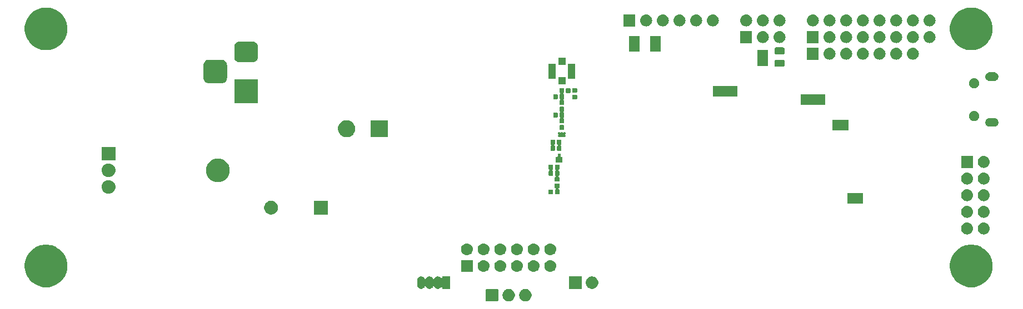
<source format=gbr>
G04 #@! TF.GenerationSoftware,KiCad,Pcbnew,(5.1.0-0)*
G04 #@! TF.CreationDate,2019-05-22T00:58:43-05:00*
G04 #@! TF.ProjectId,TubeClock,54756265-436c-46f6-936b-2e6b69636164,rev?*
G04 #@! TF.SameCoordinates,Original*
G04 #@! TF.FileFunction,Soldermask,Bot*
G04 #@! TF.FilePolarity,Negative*
%FSLAX46Y46*%
G04 Gerber Fmt 4.6, Leading zero omitted, Abs format (unit mm)*
G04 Created by KiCad (PCBNEW (5.1.0-0)) date 2019-05-22 00:58:43*
%MOMM*%
%LPD*%
G04 APERTURE LIST*
%ADD10C,0.100000*%
G04 APERTURE END LIST*
D10*
G36*
X147495795Y-133070546D02*
G01*
X147668866Y-133142234D01*
X147746218Y-133193919D01*
X147824627Y-133246310D01*
X147957090Y-133378773D01*
X147957091Y-133378775D01*
X148061166Y-133534534D01*
X148132854Y-133707605D01*
X148169400Y-133891333D01*
X148169400Y-134078667D01*
X148132854Y-134262395D01*
X148061166Y-134435466D01*
X148061165Y-134435467D01*
X147957090Y-134591227D01*
X147824627Y-134723690D01*
X147776674Y-134755731D01*
X147668866Y-134827766D01*
X147495795Y-134899454D01*
X147312067Y-134936000D01*
X147124733Y-134936000D01*
X146941005Y-134899454D01*
X146767934Y-134827766D01*
X146660126Y-134755731D01*
X146612173Y-134723690D01*
X146479710Y-134591227D01*
X146375635Y-134435467D01*
X146375634Y-134435466D01*
X146303946Y-134262395D01*
X146267400Y-134078667D01*
X146267400Y-133891333D01*
X146303946Y-133707605D01*
X146375634Y-133534534D01*
X146479709Y-133378775D01*
X146479710Y-133378773D01*
X146612173Y-133246310D01*
X146690582Y-133193919D01*
X146767934Y-133142234D01*
X146941005Y-133070546D01*
X147124733Y-133034000D01*
X147312067Y-133034000D01*
X147495795Y-133070546D01*
X147495795Y-133070546D01*
G37*
G36*
X144955795Y-133070546D02*
G01*
X145128866Y-133142234D01*
X145206218Y-133193919D01*
X145284627Y-133246310D01*
X145417090Y-133378773D01*
X145417091Y-133378775D01*
X145521166Y-133534534D01*
X145592854Y-133707605D01*
X145629400Y-133891333D01*
X145629400Y-134078667D01*
X145592854Y-134262395D01*
X145521166Y-134435466D01*
X145521165Y-134435467D01*
X145417090Y-134591227D01*
X145284627Y-134723690D01*
X145236674Y-134755731D01*
X145128866Y-134827766D01*
X144955795Y-134899454D01*
X144772067Y-134936000D01*
X144584733Y-134936000D01*
X144401005Y-134899454D01*
X144227934Y-134827766D01*
X144120126Y-134755731D01*
X144072173Y-134723690D01*
X143939710Y-134591227D01*
X143835635Y-134435467D01*
X143835634Y-134435466D01*
X143763946Y-134262395D01*
X143727400Y-134078667D01*
X143727400Y-133891333D01*
X143763946Y-133707605D01*
X143835634Y-133534534D01*
X143939709Y-133378775D01*
X143939710Y-133378773D01*
X144072173Y-133246310D01*
X144150582Y-133193919D01*
X144227934Y-133142234D01*
X144401005Y-133070546D01*
X144584733Y-133034000D01*
X144772067Y-133034000D01*
X144955795Y-133070546D01*
X144955795Y-133070546D01*
G37*
G36*
X142949123Y-133037939D02*
G01*
X142981680Y-133047815D01*
X143011676Y-133063848D01*
X143037972Y-133085428D01*
X143059552Y-133111724D01*
X143075585Y-133141720D01*
X143085461Y-133174277D01*
X143089400Y-133214269D01*
X143089400Y-134755731D01*
X143085461Y-134795723D01*
X143075585Y-134828280D01*
X143059552Y-134858276D01*
X143037972Y-134884572D01*
X143011676Y-134906152D01*
X142981680Y-134922185D01*
X142949123Y-134932061D01*
X142909131Y-134936000D01*
X141367669Y-134936000D01*
X141327677Y-134932061D01*
X141295120Y-134922185D01*
X141265124Y-134906152D01*
X141238828Y-134884572D01*
X141217248Y-134858276D01*
X141201215Y-134828280D01*
X141191339Y-134795723D01*
X141187400Y-134755731D01*
X141187400Y-133214269D01*
X141191339Y-133174277D01*
X141201215Y-133141720D01*
X141217248Y-133111724D01*
X141238828Y-133085428D01*
X141265124Y-133063848D01*
X141295120Y-133047815D01*
X141327677Y-133037939D01*
X141367669Y-133034000D01*
X142909131Y-133034000D01*
X142949123Y-133037939D01*
X142949123Y-133037939D01*
G37*
G36*
X133998276Y-131137479D02*
G01*
X134071917Y-131159818D01*
X134108738Y-131170987D01*
X134210540Y-131225402D01*
X134299770Y-131298630D01*
X134345775Y-131354689D01*
X134363102Y-131372016D01*
X134383476Y-131385630D01*
X134406115Y-131395007D01*
X134430148Y-131399788D01*
X134454652Y-131399788D01*
X134478685Y-131395008D01*
X134501324Y-131385631D01*
X134521699Y-131372017D01*
X134539026Y-131354690D01*
X134552640Y-131334316D01*
X134562017Y-131311677D01*
X134566798Y-131287644D01*
X134567400Y-131275391D01*
X134567400Y-131129000D01*
X135739400Y-131129000D01*
X135739400Y-133031000D01*
X134567400Y-133031000D01*
X134567400Y-132884609D01*
X134564998Y-132860223D01*
X134557885Y-132836774D01*
X134546334Y-132815163D01*
X134530789Y-132796221D01*
X134511847Y-132780676D01*
X134490236Y-132769125D01*
X134466787Y-132762012D01*
X134442401Y-132759610D01*
X134418015Y-132762012D01*
X134394566Y-132769125D01*
X134372955Y-132780676D01*
X134345776Y-132805310D01*
X134299770Y-132861369D01*
X134210539Y-132934598D01*
X134108737Y-132989013D01*
X134071916Y-133000182D01*
X133998275Y-133022521D01*
X133883400Y-133033835D01*
X133768524Y-133022521D01*
X133694883Y-133000182D01*
X133658062Y-132989013D01*
X133556263Y-132934599D01*
X133556261Y-132934598D01*
X133467031Y-132861369D01*
X133440653Y-132829227D01*
X133393802Y-132772139D01*
X133358639Y-132706354D01*
X133345025Y-132685980D01*
X133327698Y-132668653D01*
X133307324Y-132655039D01*
X133284685Y-132645662D01*
X133260651Y-132640882D01*
X133236147Y-132640882D01*
X133212114Y-132645663D01*
X133189475Y-132655040D01*
X133169101Y-132668654D01*
X133151774Y-132685981D01*
X133138161Y-132706355D01*
X133103001Y-132772135D01*
X133102999Y-132772138D01*
X133102998Y-132772139D01*
X133029769Y-132861369D01*
X133001451Y-132884609D01*
X132940539Y-132934598D01*
X132838737Y-132989013D01*
X132801916Y-133000182D01*
X132728275Y-133022521D01*
X132613400Y-133033835D01*
X132498524Y-133022521D01*
X132424883Y-133000182D01*
X132388062Y-132989013D01*
X132286263Y-132934599D01*
X132286261Y-132934598D01*
X132197031Y-132861369D01*
X132170653Y-132829227D01*
X132123802Y-132772139D01*
X132088639Y-132706354D01*
X132075025Y-132685980D01*
X132057698Y-132668653D01*
X132037324Y-132655039D01*
X132014685Y-132645662D01*
X131990651Y-132640882D01*
X131966147Y-132640882D01*
X131942114Y-132645663D01*
X131919475Y-132655040D01*
X131899101Y-132668654D01*
X131881774Y-132685981D01*
X131868161Y-132706355D01*
X131833001Y-132772135D01*
X131832999Y-132772138D01*
X131832998Y-132772139D01*
X131759769Y-132861369D01*
X131731451Y-132884609D01*
X131670539Y-132934598D01*
X131568737Y-132989013D01*
X131531916Y-133000182D01*
X131458275Y-133022521D01*
X131343400Y-133033835D01*
X131228524Y-133022521D01*
X131154883Y-133000182D01*
X131118062Y-132989013D01*
X131016263Y-132934599D01*
X131016261Y-132934598D01*
X130927031Y-132861369D01*
X130900653Y-132829227D01*
X130853802Y-132772139D01*
X130799387Y-132670337D01*
X130788218Y-132633516D01*
X130765879Y-132559875D01*
X130757400Y-132473784D01*
X130757400Y-131686215D01*
X130765879Y-131600124D01*
X130799388Y-131489663D01*
X130820222Y-131450685D01*
X130853803Y-131387860D01*
X130927031Y-131298630D01*
X131016261Y-131225402D01*
X131118063Y-131170987D01*
X131154884Y-131159818D01*
X131228525Y-131137479D01*
X131343400Y-131126165D01*
X131458276Y-131137479D01*
X131531917Y-131159818D01*
X131568738Y-131170987D01*
X131670540Y-131225402D01*
X131759770Y-131298630D01*
X131832998Y-131387860D01*
X131868162Y-131453646D01*
X131881776Y-131474021D01*
X131899103Y-131491347D01*
X131919478Y-131504961D01*
X131942117Y-131514338D01*
X131966150Y-131519118D01*
X131990654Y-131519118D01*
X132014688Y-131514337D01*
X132037326Y-131504960D01*
X132057701Y-131491346D01*
X132075027Y-131474019D01*
X132088640Y-131453645D01*
X132123802Y-131387862D01*
X132197031Y-131298630D01*
X132286261Y-131225402D01*
X132388063Y-131170987D01*
X132424884Y-131159818D01*
X132498525Y-131137479D01*
X132613400Y-131126165D01*
X132728276Y-131137479D01*
X132801917Y-131159818D01*
X132838738Y-131170987D01*
X132940540Y-131225402D01*
X133029770Y-131298630D01*
X133102998Y-131387860D01*
X133138162Y-131453646D01*
X133151776Y-131474021D01*
X133169103Y-131491347D01*
X133189478Y-131504961D01*
X133212117Y-131514338D01*
X133236150Y-131519118D01*
X133260654Y-131519118D01*
X133284688Y-131514337D01*
X133307326Y-131504960D01*
X133327701Y-131491346D01*
X133345027Y-131474019D01*
X133358640Y-131453645D01*
X133393802Y-131387862D01*
X133467031Y-131298630D01*
X133556261Y-131225402D01*
X133658063Y-131170987D01*
X133694884Y-131159818D01*
X133768525Y-131137479D01*
X133883400Y-131126165D01*
X133998276Y-131137479D01*
X133998276Y-131137479D01*
G37*
G36*
X157655795Y-131165546D02*
G01*
X157828866Y-131237234D01*
X157828867Y-131237235D01*
X157984627Y-131341310D01*
X158117090Y-131473773D01*
X158147388Y-131519118D01*
X158221166Y-131629534D01*
X158292854Y-131802605D01*
X158329400Y-131986333D01*
X158329400Y-132173667D01*
X158292854Y-132357395D01*
X158221166Y-132530466D01*
X158201515Y-132559876D01*
X158117090Y-132686227D01*
X157984627Y-132818690D01*
X157920753Y-132861369D01*
X157828866Y-132922766D01*
X157655795Y-132994454D01*
X157472067Y-133031000D01*
X157284733Y-133031000D01*
X157101005Y-132994454D01*
X156927934Y-132922766D01*
X156836047Y-132861369D01*
X156772173Y-132818690D01*
X156639710Y-132686227D01*
X156555285Y-132559876D01*
X156535634Y-132530466D01*
X156463946Y-132357395D01*
X156427400Y-132173667D01*
X156427400Y-131986333D01*
X156463946Y-131802605D01*
X156535634Y-131629534D01*
X156609412Y-131519118D01*
X156639710Y-131473773D01*
X156772173Y-131341310D01*
X156927933Y-131237235D01*
X156927934Y-131237234D01*
X157101005Y-131165546D01*
X157284733Y-131129000D01*
X157472067Y-131129000D01*
X157655795Y-131165546D01*
X157655795Y-131165546D01*
G37*
G36*
X155789400Y-133031000D02*
G01*
X153887400Y-133031000D01*
X153887400Y-131129000D01*
X155789400Y-131129000D01*
X155789400Y-133031000D01*
X155789400Y-133031000D01*
G37*
G36*
X74827639Y-126351467D02*
G01*
X75141682Y-126413934D01*
X75733326Y-126659001D01*
X76022923Y-126852504D01*
X76243667Y-127000000D01*
X76265792Y-127014784D01*
X76718616Y-127467608D01*
X77074399Y-128000074D01*
X77319466Y-128591718D01*
X77319466Y-128591719D01*
X77444400Y-129219803D01*
X77444400Y-129860197D01*
X77408040Y-130042989D01*
X77319466Y-130488282D01*
X77074399Y-131079926D01*
X76824687Y-131453646D01*
X76726814Y-131600124D01*
X76718616Y-131612392D01*
X76265792Y-132065216D01*
X75733326Y-132420999D01*
X75141682Y-132666066D01*
X74939140Y-132706354D01*
X74513597Y-132791000D01*
X73873203Y-132791000D01*
X73447660Y-132706354D01*
X73245118Y-132666066D01*
X72653474Y-132420999D01*
X72121008Y-132065216D01*
X71668184Y-131612392D01*
X71659987Y-131600124D01*
X71562113Y-131453646D01*
X71312401Y-131079926D01*
X71067334Y-130488282D01*
X70978760Y-130042989D01*
X70942400Y-129860197D01*
X70942400Y-129219803D01*
X71067334Y-128591719D01*
X71067334Y-128591718D01*
X71312401Y-128000074D01*
X71668184Y-127467608D01*
X72121008Y-127014784D01*
X72143134Y-127000000D01*
X72363877Y-126852504D01*
X72653474Y-126659001D01*
X73245118Y-126413934D01*
X73559161Y-126351467D01*
X73873203Y-126289000D01*
X74513597Y-126289000D01*
X74827639Y-126351467D01*
X74827639Y-126351467D01*
G37*
G36*
X215797639Y-126351467D02*
G01*
X216111682Y-126413934D01*
X216703326Y-126659001D01*
X216992923Y-126852504D01*
X217213667Y-127000000D01*
X217235792Y-127014784D01*
X217688616Y-127467608D01*
X218044399Y-128000074D01*
X218289466Y-128591718D01*
X218289466Y-128591719D01*
X218414400Y-129219803D01*
X218414400Y-129860197D01*
X218378040Y-130042989D01*
X218289466Y-130488282D01*
X218044399Y-131079926D01*
X217794687Y-131453646D01*
X217696814Y-131600124D01*
X217688616Y-131612392D01*
X217235792Y-132065216D01*
X216703326Y-132420999D01*
X216111682Y-132666066D01*
X215909140Y-132706354D01*
X215483597Y-132791000D01*
X214843203Y-132791000D01*
X214417660Y-132706354D01*
X214215118Y-132666066D01*
X213623474Y-132420999D01*
X213091008Y-132065216D01*
X212638184Y-131612392D01*
X212629987Y-131600124D01*
X212532113Y-131453646D01*
X212282401Y-131079926D01*
X212037334Y-130488282D01*
X211948760Y-130042989D01*
X211912400Y-129860197D01*
X211912400Y-129219803D01*
X212037334Y-128591719D01*
X212037334Y-128591718D01*
X212282401Y-128000074D01*
X212638184Y-127467608D01*
X213091008Y-127014784D01*
X213113134Y-127000000D01*
X213333877Y-126852504D01*
X213623474Y-126659001D01*
X214215118Y-126413934D01*
X214529161Y-126351467D01*
X214843203Y-126289000D01*
X215483597Y-126289000D01*
X215797639Y-126351467D01*
X215797639Y-126351467D01*
G37*
G36*
X139229400Y-130441000D02*
G01*
X137427400Y-130441000D01*
X137427400Y-128639000D01*
X139229400Y-128639000D01*
X139229400Y-130441000D01*
X139229400Y-130441000D01*
G37*
G36*
X140978843Y-128645519D02*
G01*
X141045027Y-128652037D01*
X141214866Y-128703557D01*
X141371391Y-128787222D01*
X141407129Y-128816552D01*
X141508586Y-128899814D01*
X141591848Y-129001271D01*
X141621178Y-129037009D01*
X141704843Y-129193534D01*
X141756363Y-129363373D01*
X141773759Y-129540000D01*
X141756363Y-129716627D01*
X141704843Y-129886466D01*
X141621178Y-130042991D01*
X141591848Y-130078729D01*
X141508586Y-130180186D01*
X141407129Y-130263448D01*
X141371391Y-130292778D01*
X141214866Y-130376443D01*
X141045027Y-130427963D01*
X140978843Y-130434481D01*
X140912660Y-130441000D01*
X140824140Y-130441000D01*
X140757957Y-130434481D01*
X140691773Y-130427963D01*
X140521934Y-130376443D01*
X140365409Y-130292778D01*
X140329671Y-130263448D01*
X140228214Y-130180186D01*
X140144952Y-130078729D01*
X140115622Y-130042991D01*
X140031957Y-129886466D01*
X139980437Y-129716627D01*
X139963041Y-129540000D01*
X139980437Y-129363373D01*
X140031957Y-129193534D01*
X140115622Y-129037009D01*
X140144952Y-129001271D01*
X140228214Y-128899814D01*
X140329671Y-128816552D01*
X140365409Y-128787222D01*
X140521934Y-128703557D01*
X140691773Y-128652037D01*
X140757957Y-128645519D01*
X140824140Y-128639000D01*
X140912660Y-128639000D01*
X140978843Y-128645519D01*
X140978843Y-128645519D01*
G37*
G36*
X151138843Y-128645519D02*
G01*
X151205027Y-128652037D01*
X151374866Y-128703557D01*
X151531391Y-128787222D01*
X151567129Y-128816552D01*
X151668586Y-128899814D01*
X151751848Y-129001271D01*
X151781178Y-129037009D01*
X151864843Y-129193534D01*
X151916363Y-129363373D01*
X151933759Y-129540000D01*
X151916363Y-129716627D01*
X151864843Y-129886466D01*
X151781178Y-130042991D01*
X151751848Y-130078729D01*
X151668586Y-130180186D01*
X151567129Y-130263448D01*
X151531391Y-130292778D01*
X151374866Y-130376443D01*
X151205027Y-130427963D01*
X151138843Y-130434481D01*
X151072660Y-130441000D01*
X150984140Y-130441000D01*
X150917957Y-130434481D01*
X150851773Y-130427963D01*
X150681934Y-130376443D01*
X150525409Y-130292778D01*
X150489671Y-130263448D01*
X150388214Y-130180186D01*
X150304952Y-130078729D01*
X150275622Y-130042991D01*
X150191957Y-129886466D01*
X150140437Y-129716627D01*
X150123041Y-129540000D01*
X150140437Y-129363373D01*
X150191957Y-129193534D01*
X150275622Y-129037009D01*
X150304952Y-129001271D01*
X150388214Y-128899814D01*
X150489671Y-128816552D01*
X150525409Y-128787222D01*
X150681934Y-128703557D01*
X150851773Y-128652037D01*
X150917957Y-128645519D01*
X150984140Y-128639000D01*
X151072660Y-128639000D01*
X151138843Y-128645519D01*
X151138843Y-128645519D01*
G37*
G36*
X148598843Y-128645519D02*
G01*
X148665027Y-128652037D01*
X148834866Y-128703557D01*
X148991391Y-128787222D01*
X149027129Y-128816552D01*
X149128586Y-128899814D01*
X149211848Y-129001271D01*
X149241178Y-129037009D01*
X149324843Y-129193534D01*
X149376363Y-129363373D01*
X149393759Y-129540000D01*
X149376363Y-129716627D01*
X149324843Y-129886466D01*
X149241178Y-130042991D01*
X149211848Y-130078729D01*
X149128586Y-130180186D01*
X149027129Y-130263448D01*
X148991391Y-130292778D01*
X148834866Y-130376443D01*
X148665027Y-130427963D01*
X148598843Y-130434481D01*
X148532660Y-130441000D01*
X148444140Y-130441000D01*
X148377957Y-130434481D01*
X148311773Y-130427963D01*
X148141934Y-130376443D01*
X147985409Y-130292778D01*
X147949671Y-130263448D01*
X147848214Y-130180186D01*
X147764952Y-130078729D01*
X147735622Y-130042991D01*
X147651957Y-129886466D01*
X147600437Y-129716627D01*
X147583041Y-129540000D01*
X147600437Y-129363373D01*
X147651957Y-129193534D01*
X147735622Y-129037009D01*
X147764952Y-129001271D01*
X147848214Y-128899814D01*
X147949671Y-128816552D01*
X147985409Y-128787222D01*
X148141934Y-128703557D01*
X148311773Y-128652037D01*
X148377957Y-128645519D01*
X148444140Y-128639000D01*
X148532660Y-128639000D01*
X148598843Y-128645519D01*
X148598843Y-128645519D01*
G37*
G36*
X143518843Y-128645519D02*
G01*
X143585027Y-128652037D01*
X143754866Y-128703557D01*
X143911391Y-128787222D01*
X143947129Y-128816552D01*
X144048586Y-128899814D01*
X144131848Y-129001271D01*
X144161178Y-129037009D01*
X144244843Y-129193534D01*
X144296363Y-129363373D01*
X144313759Y-129540000D01*
X144296363Y-129716627D01*
X144244843Y-129886466D01*
X144161178Y-130042991D01*
X144131848Y-130078729D01*
X144048586Y-130180186D01*
X143947129Y-130263448D01*
X143911391Y-130292778D01*
X143754866Y-130376443D01*
X143585027Y-130427963D01*
X143518843Y-130434481D01*
X143452660Y-130441000D01*
X143364140Y-130441000D01*
X143297957Y-130434481D01*
X143231773Y-130427963D01*
X143061934Y-130376443D01*
X142905409Y-130292778D01*
X142869671Y-130263448D01*
X142768214Y-130180186D01*
X142684952Y-130078729D01*
X142655622Y-130042991D01*
X142571957Y-129886466D01*
X142520437Y-129716627D01*
X142503041Y-129540000D01*
X142520437Y-129363373D01*
X142571957Y-129193534D01*
X142655622Y-129037009D01*
X142684952Y-129001271D01*
X142768214Y-128899814D01*
X142869671Y-128816552D01*
X142905409Y-128787222D01*
X143061934Y-128703557D01*
X143231773Y-128652037D01*
X143297957Y-128645519D01*
X143364140Y-128639000D01*
X143452660Y-128639000D01*
X143518843Y-128645519D01*
X143518843Y-128645519D01*
G37*
G36*
X146058843Y-128645519D02*
G01*
X146125027Y-128652037D01*
X146294866Y-128703557D01*
X146451391Y-128787222D01*
X146487129Y-128816552D01*
X146588586Y-128899814D01*
X146671848Y-129001271D01*
X146701178Y-129037009D01*
X146784843Y-129193534D01*
X146836363Y-129363373D01*
X146853759Y-129540000D01*
X146836363Y-129716627D01*
X146784843Y-129886466D01*
X146701178Y-130042991D01*
X146671848Y-130078729D01*
X146588586Y-130180186D01*
X146487129Y-130263448D01*
X146451391Y-130292778D01*
X146294866Y-130376443D01*
X146125027Y-130427963D01*
X146058843Y-130434481D01*
X145992660Y-130441000D01*
X145904140Y-130441000D01*
X145837957Y-130434481D01*
X145771773Y-130427963D01*
X145601934Y-130376443D01*
X145445409Y-130292778D01*
X145409671Y-130263448D01*
X145308214Y-130180186D01*
X145224952Y-130078729D01*
X145195622Y-130042991D01*
X145111957Y-129886466D01*
X145060437Y-129716627D01*
X145043041Y-129540000D01*
X145060437Y-129363373D01*
X145111957Y-129193534D01*
X145195622Y-129037009D01*
X145224952Y-129001271D01*
X145308214Y-128899814D01*
X145409671Y-128816552D01*
X145445409Y-128787222D01*
X145601934Y-128703557D01*
X145771773Y-128652037D01*
X145837957Y-128645519D01*
X145904140Y-128639000D01*
X145992660Y-128639000D01*
X146058843Y-128645519D01*
X146058843Y-128645519D01*
G37*
G36*
X138438843Y-126105519D02*
G01*
X138505027Y-126112037D01*
X138674866Y-126163557D01*
X138831391Y-126247222D01*
X138867129Y-126276552D01*
X138968586Y-126359814D01*
X139013000Y-126413934D01*
X139081178Y-126497009D01*
X139164843Y-126653534D01*
X139216363Y-126823373D01*
X139233759Y-127000000D01*
X139216363Y-127176627D01*
X139164843Y-127346466D01*
X139081178Y-127502991D01*
X139051848Y-127538729D01*
X138968586Y-127640186D01*
X138881820Y-127711392D01*
X138831391Y-127752778D01*
X138674866Y-127836443D01*
X138505027Y-127887963D01*
X138438842Y-127894482D01*
X138372660Y-127901000D01*
X138284140Y-127901000D01*
X138217958Y-127894482D01*
X138151773Y-127887963D01*
X137981934Y-127836443D01*
X137825409Y-127752778D01*
X137774980Y-127711392D01*
X137688214Y-127640186D01*
X137604952Y-127538729D01*
X137575622Y-127502991D01*
X137491957Y-127346466D01*
X137440437Y-127176627D01*
X137423041Y-127000000D01*
X137440437Y-126823373D01*
X137491957Y-126653534D01*
X137575622Y-126497009D01*
X137643800Y-126413934D01*
X137688214Y-126359814D01*
X137789671Y-126276552D01*
X137825409Y-126247222D01*
X137981934Y-126163557D01*
X138151773Y-126112037D01*
X138217957Y-126105519D01*
X138284140Y-126099000D01*
X138372660Y-126099000D01*
X138438843Y-126105519D01*
X138438843Y-126105519D01*
G37*
G36*
X143518843Y-126105519D02*
G01*
X143585027Y-126112037D01*
X143754866Y-126163557D01*
X143911391Y-126247222D01*
X143947129Y-126276552D01*
X144048586Y-126359814D01*
X144093000Y-126413934D01*
X144161178Y-126497009D01*
X144244843Y-126653534D01*
X144296363Y-126823373D01*
X144313759Y-127000000D01*
X144296363Y-127176627D01*
X144244843Y-127346466D01*
X144161178Y-127502991D01*
X144131848Y-127538729D01*
X144048586Y-127640186D01*
X143961820Y-127711392D01*
X143911391Y-127752778D01*
X143754866Y-127836443D01*
X143585027Y-127887963D01*
X143518842Y-127894482D01*
X143452660Y-127901000D01*
X143364140Y-127901000D01*
X143297958Y-127894482D01*
X143231773Y-127887963D01*
X143061934Y-127836443D01*
X142905409Y-127752778D01*
X142854980Y-127711392D01*
X142768214Y-127640186D01*
X142684952Y-127538729D01*
X142655622Y-127502991D01*
X142571957Y-127346466D01*
X142520437Y-127176627D01*
X142503041Y-127000000D01*
X142520437Y-126823373D01*
X142571957Y-126653534D01*
X142655622Y-126497009D01*
X142723800Y-126413934D01*
X142768214Y-126359814D01*
X142869671Y-126276552D01*
X142905409Y-126247222D01*
X143061934Y-126163557D01*
X143231773Y-126112037D01*
X143297957Y-126105519D01*
X143364140Y-126099000D01*
X143452660Y-126099000D01*
X143518843Y-126105519D01*
X143518843Y-126105519D01*
G37*
G36*
X146058843Y-126105519D02*
G01*
X146125027Y-126112037D01*
X146294866Y-126163557D01*
X146451391Y-126247222D01*
X146487129Y-126276552D01*
X146588586Y-126359814D01*
X146633000Y-126413934D01*
X146701178Y-126497009D01*
X146784843Y-126653534D01*
X146836363Y-126823373D01*
X146853759Y-127000000D01*
X146836363Y-127176627D01*
X146784843Y-127346466D01*
X146701178Y-127502991D01*
X146671848Y-127538729D01*
X146588586Y-127640186D01*
X146501820Y-127711392D01*
X146451391Y-127752778D01*
X146294866Y-127836443D01*
X146125027Y-127887963D01*
X146058842Y-127894482D01*
X145992660Y-127901000D01*
X145904140Y-127901000D01*
X145837958Y-127894482D01*
X145771773Y-127887963D01*
X145601934Y-127836443D01*
X145445409Y-127752778D01*
X145394980Y-127711392D01*
X145308214Y-127640186D01*
X145224952Y-127538729D01*
X145195622Y-127502991D01*
X145111957Y-127346466D01*
X145060437Y-127176627D01*
X145043041Y-127000000D01*
X145060437Y-126823373D01*
X145111957Y-126653534D01*
X145195622Y-126497009D01*
X145263800Y-126413934D01*
X145308214Y-126359814D01*
X145409671Y-126276552D01*
X145445409Y-126247222D01*
X145601934Y-126163557D01*
X145771773Y-126112037D01*
X145837957Y-126105519D01*
X145904140Y-126099000D01*
X145992660Y-126099000D01*
X146058843Y-126105519D01*
X146058843Y-126105519D01*
G37*
G36*
X148598843Y-126105519D02*
G01*
X148665027Y-126112037D01*
X148834866Y-126163557D01*
X148991391Y-126247222D01*
X149027129Y-126276552D01*
X149128586Y-126359814D01*
X149173000Y-126413934D01*
X149241178Y-126497009D01*
X149324843Y-126653534D01*
X149376363Y-126823373D01*
X149393759Y-127000000D01*
X149376363Y-127176627D01*
X149324843Y-127346466D01*
X149241178Y-127502991D01*
X149211848Y-127538729D01*
X149128586Y-127640186D01*
X149041820Y-127711392D01*
X148991391Y-127752778D01*
X148834866Y-127836443D01*
X148665027Y-127887963D01*
X148598842Y-127894482D01*
X148532660Y-127901000D01*
X148444140Y-127901000D01*
X148377958Y-127894482D01*
X148311773Y-127887963D01*
X148141934Y-127836443D01*
X147985409Y-127752778D01*
X147934980Y-127711392D01*
X147848214Y-127640186D01*
X147764952Y-127538729D01*
X147735622Y-127502991D01*
X147651957Y-127346466D01*
X147600437Y-127176627D01*
X147583041Y-127000000D01*
X147600437Y-126823373D01*
X147651957Y-126653534D01*
X147735622Y-126497009D01*
X147803800Y-126413934D01*
X147848214Y-126359814D01*
X147949671Y-126276552D01*
X147985409Y-126247222D01*
X148141934Y-126163557D01*
X148311773Y-126112037D01*
X148377957Y-126105519D01*
X148444140Y-126099000D01*
X148532660Y-126099000D01*
X148598843Y-126105519D01*
X148598843Y-126105519D01*
G37*
G36*
X151138843Y-126105519D02*
G01*
X151205027Y-126112037D01*
X151374866Y-126163557D01*
X151531391Y-126247222D01*
X151567129Y-126276552D01*
X151668586Y-126359814D01*
X151713000Y-126413934D01*
X151781178Y-126497009D01*
X151864843Y-126653534D01*
X151916363Y-126823373D01*
X151933759Y-127000000D01*
X151916363Y-127176627D01*
X151864843Y-127346466D01*
X151781178Y-127502991D01*
X151751848Y-127538729D01*
X151668586Y-127640186D01*
X151581820Y-127711392D01*
X151531391Y-127752778D01*
X151374866Y-127836443D01*
X151205027Y-127887963D01*
X151138842Y-127894482D01*
X151072660Y-127901000D01*
X150984140Y-127901000D01*
X150917958Y-127894482D01*
X150851773Y-127887963D01*
X150681934Y-127836443D01*
X150525409Y-127752778D01*
X150474980Y-127711392D01*
X150388214Y-127640186D01*
X150304952Y-127538729D01*
X150275622Y-127502991D01*
X150191957Y-127346466D01*
X150140437Y-127176627D01*
X150123041Y-127000000D01*
X150140437Y-126823373D01*
X150191957Y-126653534D01*
X150275622Y-126497009D01*
X150343800Y-126413934D01*
X150388214Y-126359814D01*
X150489671Y-126276552D01*
X150525409Y-126247222D01*
X150681934Y-126163557D01*
X150851773Y-126112037D01*
X150917957Y-126105519D01*
X150984140Y-126099000D01*
X151072660Y-126099000D01*
X151138843Y-126105519D01*
X151138843Y-126105519D01*
G37*
G36*
X140978843Y-126105519D02*
G01*
X141045027Y-126112037D01*
X141214866Y-126163557D01*
X141371391Y-126247222D01*
X141407129Y-126276552D01*
X141508586Y-126359814D01*
X141553000Y-126413934D01*
X141621178Y-126497009D01*
X141704843Y-126653534D01*
X141756363Y-126823373D01*
X141773759Y-127000000D01*
X141756363Y-127176627D01*
X141704843Y-127346466D01*
X141621178Y-127502991D01*
X141591848Y-127538729D01*
X141508586Y-127640186D01*
X141421820Y-127711392D01*
X141371391Y-127752778D01*
X141214866Y-127836443D01*
X141045027Y-127887963D01*
X140978842Y-127894482D01*
X140912660Y-127901000D01*
X140824140Y-127901000D01*
X140757958Y-127894482D01*
X140691773Y-127887963D01*
X140521934Y-127836443D01*
X140365409Y-127752778D01*
X140314980Y-127711392D01*
X140228214Y-127640186D01*
X140144952Y-127538729D01*
X140115622Y-127502991D01*
X140031957Y-127346466D01*
X139980437Y-127176627D01*
X139963041Y-127000000D01*
X139980437Y-126823373D01*
X140031957Y-126653534D01*
X140115622Y-126497009D01*
X140183800Y-126413934D01*
X140228214Y-126359814D01*
X140329671Y-126276552D01*
X140365409Y-126247222D01*
X140521934Y-126163557D01*
X140691773Y-126112037D01*
X140757957Y-126105519D01*
X140824140Y-126099000D01*
X140912660Y-126099000D01*
X140978843Y-126105519D01*
X140978843Y-126105519D01*
G37*
G36*
X214638843Y-122930519D02*
G01*
X214705027Y-122937037D01*
X214874866Y-122988557D01*
X215031391Y-123072222D01*
X215067129Y-123101552D01*
X215168586Y-123184814D01*
X215251848Y-123286271D01*
X215281178Y-123322009D01*
X215364843Y-123478534D01*
X215416363Y-123648373D01*
X215433759Y-123825000D01*
X215416363Y-124001627D01*
X215364843Y-124171466D01*
X215281178Y-124327991D01*
X215251848Y-124363729D01*
X215168586Y-124465186D01*
X215067129Y-124548448D01*
X215031391Y-124577778D01*
X214874866Y-124661443D01*
X214705027Y-124712963D01*
X214638843Y-124719481D01*
X214572660Y-124726000D01*
X214484140Y-124726000D01*
X214417957Y-124719481D01*
X214351773Y-124712963D01*
X214181934Y-124661443D01*
X214025409Y-124577778D01*
X213989671Y-124548448D01*
X213888214Y-124465186D01*
X213804952Y-124363729D01*
X213775622Y-124327991D01*
X213691957Y-124171466D01*
X213640437Y-124001627D01*
X213623041Y-123825000D01*
X213640437Y-123648373D01*
X213691957Y-123478534D01*
X213775622Y-123322009D01*
X213804952Y-123286271D01*
X213888214Y-123184814D01*
X213989671Y-123101552D01*
X214025409Y-123072222D01*
X214181934Y-122988557D01*
X214351773Y-122937037D01*
X214417957Y-122930519D01*
X214484140Y-122924000D01*
X214572660Y-122924000D01*
X214638843Y-122930519D01*
X214638843Y-122930519D01*
G37*
G36*
X217178843Y-122930519D02*
G01*
X217245027Y-122937037D01*
X217414866Y-122988557D01*
X217571391Y-123072222D01*
X217607129Y-123101552D01*
X217708586Y-123184814D01*
X217791848Y-123286271D01*
X217821178Y-123322009D01*
X217904843Y-123478534D01*
X217956363Y-123648373D01*
X217973759Y-123825000D01*
X217956363Y-124001627D01*
X217904843Y-124171466D01*
X217821178Y-124327991D01*
X217791848Y-124363729D01*
X217708586Y-124465186D01*
X217607129Y-124548448D01*
X217571391Y-124577778D01*
X217414866Y-124661443D01*
X217245027Y-124712963D01*
X217178843Y-124719481D01*
X217112660Y-124726000D01*
X217024140Y-124726000D01*
X216957957Y-124719481D01*
X216891773Y-124712963D01*
X216721934Y-124661443D01*
X216565409Y-124577778D01*
X216529671Y-124548448D01*
X216428214Y-124465186D01*
X216344952Y-124363729D01*
X216315622Y-124327991D01*
X216231957Y-124171466D01*
X216180437Y-124001627D01*
X216163041Y-123825000D01*
X216180437Y-123648373D01*
X216231957Y-123478534D01*
X216315622Y-123322009D01*
X216344952Y-123286271D01*
X216428214Y-123184814D01*
X216529671Y-123101552D01*
X216565409Y-123072222D01*
X216721934Y-122988557D01*
X216891773Y-122937037D01*
X216957957Y-122930519D01*
X217024140Y-122924000D01*
X217112660Y-122924000D01*
X217178843Y-122930519D01*
X217178843Y-122930519D01*
G37*
G36*
X214638843Y-120390519D02*
G01*
X214705027Y-120397037D01*
X214874866Y-120448557D01*
X215031391Y-120532222D01*
X215067129Y-120561552D01*
X215168586Y-120644814D01*
X215251848Y-120746271D01*
X215281178Y-120782009D01*
X215364843Y-120938534D01*
X215416363Y-121108373D01*
X215433759Y-121285000D01*
X215416363Y-121461627D01*
X215364843Y-121631466D01*
X215281178Y-121787991D01*
X215251848Y-121823729D01*
X215168586Y-121925186D01*
X215067129Y-122008448D01*
X215031391Y-122037778D01*
X214874866Y-122121443D01*
X214705027Y-122172963D01*
X214638842Y-122179482D01*
X214572660Y-122186000D01*
X214484140Y-122186000D01*
X214417958Y-122179482D01*
X214351773Y-122172963D01*
X214181934Y-122121443D01*
X214025409Y-122037778D01*
X213989671Y-122008448D01*
X213888214Y-121925186D01*
X213804952Y-121823729D01*
X213775622Y-121787991D01*
X213691957Y-121631466D01*
X213640437Y-121461627D01*
X213623041Y-121285000D01*
X213640437Y-121108373D01*
X213691957Y-120938534D01*
X213775622Y-120782009D01*
X213804952Y-120746271D01*
X213888214Y-120644814D01*
X213989671Y-120561552D01*
X214025409Y-120532222D01*
X214181934Y-120448557D01*
X214351773Y-120397037D01*
X214417957Y-120390519D01*
X214484140Y-120384000D01*
X214572660Y-120384000D01*
X214638843Y-120390519D01*
X214638843Y-120390519D01*
G37*
G36*
X217178843Y-120390519D02*
G01*
X217245027Y-120397037D01*
X217414866Y-120448557D01*
X217571391Y-120532222D01*
X217607129Y-120561552D01*
X217708586Y-120644814D01*
X217791848Y-120746271D01*
X217821178Y-120782009D01*
X217904843Y-120938534D01*
X217956363Y-121108373D01*
X217973759Y-121285000D01*
X217956363Y-121461627D01*
X217904843Y-121631466D01*
X217821178Y-121787991D01*
X217791848Y-121823729D01*
X217708586Y-121925186D01*
X217607129Y-122008448D01*
X217571391Y-122037778D01*
X217414866Y-122121443D01*
X217245027Y-122172963D01*
X217178842Y-122179482D01*
X217112660Y-122186000D01*
X217024140Y-122186000D01*
X216957958Y-122179482D01*
X216891773Y-122172963D01*
X216721934Y-122121443D01*
X216565409Y-122037778D01*
X216529671Y-122008448D01*
X216428214Y-121925186D01*
X216344952Y-121823729D01*
X216315622Y-121787991D01*
X216231957Y-121631466D01*
X216180437Y-121461627D01*
X216163041Y-121285000D01*
X216180437Y-121108373D01*
X216231957Y-120938534D01*
X216315622Y-120782009D01*
X216344952Y-120746271D01*
X216428214Y-120644814D01*
X216529671Y-120561552D01*
X216565409Y-120532222D01*
X216721934Y-120448557D01*
X216891773Y-120397037D01*
X216957957Y-120390519D01*
X217024140Y-120384000D01*
X217112660Y-120384000D01*
X217178843Y-120390519D01*
X217178843Y-120390519D01*
G37*
G36*
X108789964Y-119639389D02*
G01*
X108981233Y-119718615D01*
X108981235Y-119718616D01*
X109153373Y-119833635D01*
X109299765Y-119980027D01*
X109414785Y-120152167D01*
X109494011Y-120343436D01*
X109534400Y-120546484D01*
X109534400Y-120753516D01*
X109494011Y-120956564D01*
X109431130Y-121108373D01*
X109414784Y-121147835D01*
X109299765Y-121319973D01*
X109153373Y-121466365D01*
X108981235Y-121581384D01*
X108981234Y-121581385D01*
X108981233Y-121581385D01*
X108789964Y-121660611D01*
X108586916Y-121701000D01*
X108379884Y-121701000D01*
X108176836Y-121660611D01*
X107985567Y-121581385D01*
X107985566Y-121581385D01*
X107985565Y-121581384D01*
X107813427Y-121466365D01*
X107667035Y-121319973D01*
X107552016Y-121147835D01*
X107535670Y-121108373D01*
X107472789Y-120956564D01*
X107432400Y-120753516D01*
X107432400Y-120546484D01*
X107472789Y-120343436D01*
X107552015Y-120152167D01*
X107667035Y-119980027D01*
X107813427Y-119833635D01*
X107985565Y-119718616D01*
X107985567Y-119718615D01*
X108176836Y-119639389D01*
X108379884Y-119599000D01*
X108586916Y-119599000D01*
X108789964Y-119639389D01*
X108789964Y-119639389D01*
G37*
G36*
X117134400Y-121701000D02*
G01*
X115032400Y-121701000D01*
X115032400Y-119599000D01*
X117134400Y-119599000D01*
X117134400Y-121701000D01*
X117134400Y-121701000D01*
G37*
G36*
X198696400Y-120054000D02*
G01*
X196294400Y-120054000D01*
X196294400Y-118452000D01*
X198696400Y-118452000D01*
X198696400Y-120054000D01*
X198696400Y-120054000D01*
G37*
G36*
X217178842Y-117850518D02*
G01*
X217245027Y-117857037D01*
X217414866Y-117908557D01*
X217571391Y-117992222D01*
X217587264Y-118005249D01*
X217708586Y-118104814D01*
X217776866Y-118188015D01*
X217821178Y-118242009D01*
X217904843Y-118398534D01*
X217956363Y-118568373D01*
X217973759Y-118745000D01*
X217956363Y-118921627D01*
X217904843Y-119091466D01*
X217821178Y-119247991D01*
X217791848Y-119283729D01*
X217708586Y-119385186D01*
X217607129Y-119468448D01*
X217571391Y-119497778D01*
X217414866Y-119581443D01*
X217245027Y-119632963D01*
X217179782Y-119639389D01*
X217112660Y-119646000D01*
X217024140Y-119646000D01*
X216957018Y-119639389D01*
X216891773Y-119632963D01*
X216721934Y-119581443D01*
X216565409Y-119497778D01*
X216529671Y-119468448D01*
X216428214Y-119385186D01*
X216344952Y-119283729D01*
X216315622Y-119247991D01*
X216231957Y-119091466D01*
X216180437Y-118921627D01*
X216163041Y-118745000D01*
X216180437Y-118568373D01*
X216231957Y-118398534D01*
X216315622Y-118242009D01*
X216359934Y-118188015D01*
X216428214Y-118104814D01*
X216549536Y-118005249D01*
X216565409Y-117992222D01*
X216721934Y-117908557D01*
X216891773Y-117857037D01*
X216957958Y-117850518D01*
X217024140Y-117844000D01*
X217112660Y-117844000D01*
X217178842Y-117850518D01*
X217178842Y-117850518D01*
G37*
G36*
X214638842Y-117850518D02*
G01*
X214705027Y-117857037D01*
X214874866Y-117908557D01*
X215031391Y-117992222D01*
X215047264Y-118005249D01*
X215168586Y-118104814D01*
X215236866Y-118188015D01*
X215281178Y-118242009D01*
X215364843Y-118398534D01*
X215416363Y-118568373D01*
X215433759Y-118745000D01*
X215416363Y-118921627D01*
X215364843Y-119091466D01*
X215281178Y-119247991D01*
X215251848Y-119283729D01*
X215168586Y-119385186D01*
X215067129Y-119468448D01*
X215031391Y-119497778D01*
X214874866Y-119581443D01*
X214705027Y-119632963D01*
X214639782Y-119639389D01*
X214572660Y-119646000D01*
X214484140Y-119646000D01*
X214417018Y-119639389D01*
X214351773Y-119632963D01*
X214181934Y-119581443D01*
X214025409Y-119497778D01*
X213989671Y-119468448D01*
X213888214Y-119385186D01*
X213804952Y-119283729D01*
X213775622Y-119247991D01*
X213691957Y-119091466D01*
X213640437Y-118921627D01*
X213623041Y-118745000D01*
X213640437Y-118568373D01*
X213691957Y-118398534D01*
X213775622Y-118242009D01*
X213819934Y-118188015D01*
X213888214Y-118104814D01*
X214009536Y-118005249D01*
X214025409Y-117992222D01*
X214181934Y-117908557D01*
X214351773Y-117857037D01*
X214417958Y-117850518D01*
X214484140Y-117844000D01*
X214572660Y-117844000D01*
X214638842Y-117850518D01*
X214638842Y-117850518D01*
G37*
G36*
X151359138Y-117868716D02*
G01*
X151379757Y-117874971D01*
X151398753Y-117885124D01*
X151415408Y-117898792D01*
X151429076Y-117915447D01*
X151439229Y-117934443D01*
X151445484Y-117955062D01*
X151448200Y-117982640D01*
X151448200Y-118491360D01*
X151445484Y-118518938D01*
X151439229Y-118539557D01*
X151429076Y-118558553D01*
X151415408Y-118575208D01*
X151398753Y-118588876D01*
X151379757Y-118599029D01*
X151359138Y-118605284D01*
X151331560Y-118608000D01*
X150872840Y-118608000D01*
X150845262Y-118605284D01*
X150824643Y-118599029D01*
X150805647Y-118588876D01*
X150788992Y-118575208D01*
X150775324Y-118558553D01*
X150765171Y-118539557D01*
X150758916Y-118518938D01*
X150756200Y-118491360D01*
X150756200Y-117982640D01*
X150758916Y-117955062D01*
X150765171Y-117934443D01*
X150775324Y-117915447D01*
X150788992Y-117898792D01*
X150805647Y-117885124D01*
X150824643Y-117874971D01*
X150845262Y-117868716D01*
X150872840Y-117866000D01*
X151331560Y-117866000D01*
X151359138Y-117868716D01*
X151359138Y-117868716D01*
G37*
G36*
X152351738Y-116956316D02*
G01*
X152372357Y-116962571D01*
X152391353Y-116972724D01*
X152408008Y-116986392D01*
X152421676Y-117003047D01*
X152431829Y-117022043D01*
X152438084Y-117042662D01*
X152440800Y-117070240D01*
X152440800Y-117528960D01*
X152438084Y-117556538D01*
X152431829Y-117577157D01*
X152421676Y-117596153D01*
X152408008Y-117612808D01*
X152391353Y-117626476D01*
X152372354Y-117636631D01*
X152362254Y-117639695D01*
X152339615Y-117649072D01*
X152319241Y-117662686D01*
X152301914Y-117680013D01*
X152288300Y-117700388D01*
X152278923Y-117723027D01*
X152274143Y-117747060D01*
X152274143Y-117771564D01*
X152278924Y-117795597D01*
X152288301Y-117818236D01*
X152301915Y-117838610D01*
X152319242Y-117855937D01*
X152339614Y-117869549D01*
X152368753Y-117885125D01*
X152385408Y-117898792D01*
X152399076Y-117915447D01*
X152409229Y-117934443D01*
X152415484Y-117955062D01*
X152418200Y-117982640D01*
X152418200Y-118491360D01*
X152415484Y-118518938D01*
X152409229Y-118539557D01*
X152399076Y-118558553D01*
X152385408Y-118575208D01*
X152368753Y-118588876D01*
X152349757Y-118599029D01*
X152329138Y-118605284D01*
X152301560Y-118608000D01*
X151842840Y-118608000D01*
X151815262Y-118605284D01*
X151794643Y-118599029D01*
X151775647Y-118588876D01*
X151758992Y-118575208D01*
X151745324Y-118558553D01*
X151735171Y-118539557D01*
X151728916Y-118518938D01*
X151726200Y-118491360D01*
X151726200Y-117982640D01*
X151728916Y-117955062D01*
X151735171Y-117934443D01*
X151745324Y-117915447D01*
X151758992Y-117898792D01*
X151775647Y-117885125D01*
X151803048Y-117870478D01*
X151823422Y-117856864D01*
X151840749Y-117839537D01*
X151854362Y-117819163D01*
X151863739Y-117796524D01*
X151868519Y-117772490D01*
X151868519Y-117747986D01*
X151863738Y-117723953D01*
X151854360Y-117701314D01*
X151840746Y-117680940D01*
X151823419Y-117663613D01*
X151803045Y-117650000D01*
X151780409Y-117640624D01*
X151767245Y-117636631D01*
X151748247Y-117626476D01*
X151731592Y-117612808D01*
X151717924Y-117596153D01*
X151707771Y-117577157D01*
X151701516Y-117556538D01*
X151698800Y-117528960D01*
X151698800Y-117070240D01*
X151701516Y-117042662D01*
X151707771Y-117022043D01*
X151717924Y-117003047D01*
X151731592Y-116986392D01*
X151748247Y-116972724D01*
X151767243Y-116962571D01*
X151787862Y-116956316D01*
X151815440Y-116953600D01*
X152324160Y-116953600D01*
X152351738Y-116956316D01*
X152351738Y-116956316D01*
G37*
G36*
X83864336Y-116476340D02*
G01*
X83962620Y-116486020D01*
X84151781Y-116543401D01*
X84326112Y-116636583D01*
X84478915Y-116761985D01*
X84604317Y-116914788D01*
X84697499Y-117089119D01*
X84754880Y-117278280D01*
X84774255Y-117475000D01*
X84754880Y-117671720D01*
X84697499Y-117860881D01*
X84604317Y-118035212D01*
X84478915Y-118188015D01*
X84326112Y-118313417D01*
X84151781Y-118406599D01*
X83962620Y-118463980D01*
X83864336Y-118473660D01*
X83815195Y-118478500D01*
X83621605Y-118478500D01*
X83572464Y-118473660D01*
X83474180Y-118463980D01*
X83285019Y-118406599D01*
X83110688Y-118313417D01*
X82957885Y-118188015D01*
X82832483Y-118035212D01*
X82739301Y-117860881D01*
X82681920Y-117671720D01*
X82662545Y-117475000D01*
X82681920Y-117278280D01*
X82739301Y-117089119D01*
X82832483Y-116914788D01*
X82957885Y-116761985D01*
X83110688Y-116636583D01*
X83285019Y-116543401D01*
X83474180Y-116486020D01*
X83572464Y-116476340D01*
X83621605Y-116471500D01*
X83815195Y-116471500D01*
X83864336Y-116476340D01*
X83864336Y-116476340D01*
G37*
G36*
X217178842Y-115310518D02*
G01*
X217245027Y-115317037D01*
X217414866Y-115368557D01*
X217571391Y-115452222D01*
X217607129Y-115481552D01*
X217708586Y-115564814D01*
X217760071Y-115627550D01*
X217821178Y-115702009D01*
X217904843Y-115858534D01*
X217956363Y-116028373D01*
X217973759Y-116205000D01*
X217956363Y-116381627D01*
X217919666Y-116502600D01*
X217904842Y-116551468D01*
X217879588Y-116598714D01*
X217821178Y-116707991D01*
X217798191Y-116736000D01*
X217708586Y-116845186D01*
X217623774Y-116914788D01*
X217571391Y-116957778D01*
X217414866Y-117041443D01*
X217245027Y-117092963D01*
X217178843Y-117099481D01*
X217112660Y-117106000D01*
X217024140Y-117106000D01*
X216957957Y-117099481D01*
X216891773Y-117092963D01*
X216721934Y-117041443D01*
X216565409Y-116957778D01*
X216513026Y-116914788D01*
X216428214Y-116845186D01*
X216338609Y-116736000D01*
X216315622Y-116707991D01*
X216257212Y-116598714D01*
X216231958Y-116551468D01*
X216217134Y-116502600D01*
X216180437Y-116381627D01*
X216163041Y-116205000D01*
X216180437Y-116028373D01*
X216231957Y-115858534D01*
X216315622Y-115702009D01*
X216376729Y-115627550D01*
X216428214Y-115564814D01*
X216529671Y-115481552D01*
X216565409Y-115452222D01*
X216721934Y-115368557D01*
X216891773Y-115317037D01*
X216957958Y-115310518D01*
X217024140Y-115304000D01*
X217112660Y-115304000D01*
X217178842Y-115310518D01*
X217178842Y-115310518D01*
G37*
G36*
X214638842Y-115310518D02*
G01*
X214705027Y-115317037D01*
X214874866Y-115368557D01*
X215031391Y-115452222D01*
X215067129Y-115481552D01*
X215168586Y-115564814D01*
X215220071Y-115627550D01*
X215281178Y-115702009D01*
X215364843Y-115858534D01*
X215416363Y-116028373D01*
X215433759Y-116205000D01*
X215416363Y-116381627D01*
X215379666Y-116502600D01*
X215364842Y-116551468D01*
X215339588Y-116598714D01*
X215281178Y-116707991D01*
X215258191Y-116736000D01*
X215168586Y-116845186D01*
X215083774Y-116914788D01*
X215031391Y-116957778D01*
X214874866Y-117041443D01*
X214705027Y-117092963D01*
X214638843Y-117099481D01*
X214572660Y-117106000D01*
X214484140Y-117106000D01*
X214417957Y-117099481D01*
X214351773Y-117092963D01*
X214181934Y-117041443D01*
X214025409Y-116957778D01*
X213973026Y-116914788D01*
X213888214Y-116845186D01*
X213798609Y-116736000D01*
X213775622Y-116707991D01*
X213717212Y-116598714D01*
X213691958Y-116551468D01*
X213677134Y-116502600D01*
X213640437Y-116381627D01*
X213623041Y-116205000D01*
X213640437Y-116028373D01*
X213691957Y-115858534D01*
X213775622Y-115702009D01*
X213836729Y-115627550D01*
X213888214Y-115564814D01*
X213989671Y-115481552D01*
X214025409Y-115452222D01*
X214181934Y-115368557D01*
X214351773Y-115317037D01*
X214417958Y-115310518D01*
X214484140Y-115304000D01*
X214572660Y-115304000D01*
X214638842Y-115310518D01*
X214638842Y-115310518D01*
G37*
G36*
X100555069Y-113142686D02*
G01*
X100731458Y-113160059D01*
X101070948Y-113263042D01*
X101070950Y-113263043D01*
X101383822Y-113430277D01*
X101658061Y-113655339D01*
X101883123Y-113929578D01*
X102026619Y-114198040D01*
X102050358Y-114242452D01*
X102153341Y-114581942D01*
X102188114Y-114935000D01*
X102153341Y-115288058D01*
X102061687Y-115590200D01*
X102050357Y-115627550D01*
X101883123Y-115940422D01*
X101658061Y-116214661D01*
X101383822Y-116439723D01*
X101070950Y-116606957D01*
X101070948Y-116606958D01*
X100731458Y-116709941D01*
X100555069Y-116727314D01*
X100466876Y-116736000D01*
X100289924Y-116736000D01*
X100201731Y-116727314D01*
X100025342Y-116709941D01*
X99685852Y-116606958D01*
X99685850Y-116606957D01*
X99372978Y-116439723D01*
X99098739Y-116214661D01*
X98873677Y-115940422D01*
X98706443Y-115627550D01*
X98695113Y-115590200D01*
X98603459Y-115288058D01*
X98568686Y-114935000D01*
X98603459Y-114581942D01*
X98706442Y-114242452D01*
X98730181Y-114198040D01*
X98873677Y-113929578D01*
X99098739Y-113655339D01*
X99372978Y-113430277D01*
X99685850Y-113263043D01*
X99685852Y-113263042D01*
X100025342Y-113160059D01*
X100201731Y-113142686D01*
X100289924Y-113134000D01*
X100466876Y-113134000D01*
X100555069Y-113142686D01*
X100555069Y-113142686D01*
G37*
G36*
X152329138Y-114084116D02*
G01*
X152349757Y-114090371D01*
X152368753Y-114100524D01*
X152385408Y-114114192D01*
X152399076Y-114130847D01*
X152409229Y-114149843D01*
X152415484Y-114170462D01*
X152418200Y-114198040D01*
X152418200Y-114706760D01*
X152415484Y-114734338D01*
X152409229Y-114754957D01*
X152399076Y-114773953D01*
X152385408Y-114790608D01*
X152368753Y-114804276D01*
X152354186Y-114812062D01*
X152333812Y-114825676D01*
X152316485Y-114843003D01*
X152302872Y-114863378D01*
X152293495Y-114886017D01*
X152288715Y-114910050D01*
X152288715Y-114934554D01*
X152293496Y-114958587D01*
X152302874Y-114981226D01*
X152316488Y-115001600D01*
X152333815Y-115018927D01*
X152354186Y-115032538D01*
X152368753Y-115040324D01*
X152385408Y-115053992D01*
X152399076Y-115070647D01*
X152409229Y-115089643D01*
X152415484Y-115110262D01*
X152418200Y-115137840D01*
X152418200Y-115646560D01*
X152415484Y-115674138D01*
X152409229Y-115694757D01*
X152399076Y-115713753D01*
X152385408Y-115730408D01*
X152368753Y-115744075D01*
X152339614Y-115759651D01*
X152319240Y-115773265D01*
X152301913Y-115790592D01*
X152288300Y-115810966D01*
X152278923Y-115833605D01*
X152274143Y-115857639D01*
X152274143Y-115882143D01*
X152278924Y-115906176D01*
X152288302Y-115928815D01*
X152301916Y-115949189D01*
X152319243Y-115966516D01*
X152339617Y-115980129D01*
X152362254Y-115989505D01*
X152372354Y-115992569D01*
X152391353Y-116002724D01*
X152408008Y-116016392D01*
X152421676Y-116033047D01*
X152431829Y-116052043D01*
X152438084Y-116072662D01*
X152440800Y-116100240D01*
X152440800Y-116558960D01*
X152438084Y-116586538D01*
X152431829Y-116607157D01*
X152421676Y-116626153D01*
X152408008Y-116642808D01*
X152391353Y-116656476D01*
X152372357Y-116666629D01*
X152351738Y-116672884D01*
X152324160Y-116675600D01*
X151815440Y-116675600D01*
X151787862Y-116672884D01*
X151767243Y-116666629D01*
X151748247Y-116656476D01*
X151731592Y-116642808D01*
X151717924Y-116626153D01*
X151707771Y-116607157D01*
X151701516Y-116586538D01*
X151698800Y-116558960D01*
X151698800Y-116100240D01*
X151701516Y-116072662D01*
X151707771Y-116052043D01*
X151717924Y-116033047D01*
X151731592Y-116016392D01*
X151748247Y-116002724D01*
X151767245Y-115992569D01*
X151780409Y-115988576D01*
X151803047Y-115979199D01*
X151823422Y-115965585D01*
X151840748Y-115948257D01*
X151854362Y-115927883D01*
X151863739Y-115905244D01*
X151868519Y-115881211D01*
X151868519Y-115856706D01*
X151863738Y-115832673D01*
X151854361Y-115810035D01*
X151840747Y-115789660D01*
X151823419Y-115772334D01*
X151803048Y-115758722D01*
X151775647Y-115744075D01*
X151758992Y-115730408D01*
X151745324Y-115713753D01*
X151735171Y-115694757D01*
X151728916Y-115674138D01*
X151726200Y-115646560D01*
X151726200Y-115137840D01*
X151728916Y-115110262D01*
X151735171Y-115089643D01*
X151745324Y-115070647D01*
X151758992Y-115053992D01*
X151775647Y-115040324D01*
X151790214Y-115032538D01*
X151810588Y-115018924D01*
X151827915Y-115001597D01*
X151841528Y-114981222D01*
X151850905Y-114958583D01*
X151855685Y-114934550D01*
X151855685Y-114910046D01*
X151850904Y-114886013D01*
X151841526Y-114863374D01*
X151827912Y-114843000D01*
X151810585Y-114825673D01*
X151790214Y-114812062D01*
X151775647Y-114804276D01*
X151758992Y-114790608D01*
X151745324Y-114773953D01*
X151735171Y-114754957D01*
X151728916Y-114734338D01*
X151726200Y-114706760D01*
X151726200Y-114198040D01*
X151728916Y-114170462D01*
X151735171Y-114149843D01*
X151745324Y-114130847D01*
X151758992Y-114114192D01*
X151775647Y-114100524D01*
X151794643Y-114090371D01*
X151815262Y-114084116D01*
X151842840Y-114081400D01*
X152301560Y-114081400D01*
X152329138Y-114084116D01*
X152329138Y-114084116D01*
G37*
G36*
X83864336Y-113936340D02*
G01*
X83962620Y-113946020D01*
X84151781Y-114003401D01*
X84326112Y-114096583D01*
X84478915Y-114221985D01*
X84604317Y-114374788D01*
X84697499Y-114549119D01*
X84754880Y-114738280D01*
X84774255Y-114935000D01*
X84754880Y-115131720D01*
X84697499Y-115320881D01*
X84604317Y-115495212D01*
X84478915Y-115648015D01*
X84326112Y-115773417D01*
X84151781Y-115866599D01*
X83962620Y-115923980D01*
X83864336Y-115933660D01*
X83815195Y-115938500D01*
X83621605Y-115938500D01*
X83572464Y-115933660D01*
X83474180Y-115923980D01*
X83285019Y-115866599D01*
X83110688Y-115773417D01*
X82957885Y-115648015D01*
X82832483Y-115495212D01*
X82739301Y-115320881D01*
X82681920Y-115131720D01*
X82662545Y-114935000D01*
X82681920Y-114738280D01*
X82739301Y-114549119D01*
X82832483Y-114374788D01*
X82957885Y-114221985D01*
X83110688Y-114096583D01*
X83285019Y-114003401D01*
X83474180Y-113946020D01*
X83572464Y-113936340D01*
X83621605Y-113931500D01*
X83815195Y-113931500D01*
X83864336Y-113936340D01*
X83864336Y-113936340D01*
G37*
G36*
X151359138Y-114084116D02*
G01*
X151379757Y-114090371D01*
X151398753Y-114100524D01*
X151415408Y-114114192D01*
X151429076Y-114130847D01*
X151439229Y-114149843D01*
X151445484Y-114170462D01*
X151448200Y-114198040D01*
X151448200Y-114706760D01*
X151445484Y-114734338D01*
X151439229Y-114754957D01*
X151429076Y-114773953D01*
X151415408Y-114790608D01*
X151398753Y-114804276D01*
X151384186Y-114812062D01*
X151363812Y-114825676D01*
X151346485Y-114843003D01*
X151332872Y-114863378D01*
X151323495Y-114886017D01*
X151318715Y-114910050D01*
X151318715Y-114934554D01*
X151323496Y-114958587D01*
X151332874Y-114981226D01*
X151346488Y-115001600D01*
X151363815Y-115018927D01*
X151384186Y-115032538D01*
X151398753Y-115040324D01*
X151415408Y-115053992D01*
X151429076Y-115070647D01*
X151439229Y-115089643D01*
X151445484Y-115110262D01*
X151448200Y-115137840D01*
X151448200Y-115646560D01*
X151445484Y-115674138D01*
X151439229Y-115694757D01*
X151429076Y-115713753D01*
X151415408Y-115730408D01*
X151398753Y-115744076D01*
X151379757Y-115754229D01*
X151359138Y-115760484D01*
X151331560Y-115763200D01*
X150872840Y-115763200D01*
X150845262Y-115760484D01*
X150824643Y-115754229D01*
X150805647Y-115744076D01*
X150788992Y-115730408D01*
X150775324Y-115713753D01*
X150765171Y-115694757D01*
X150758916Y-115674138D01*
X150756200Y-115646560D01*
X150756200Y-115137840D01*
X150758916Y-115110262D01*
X150765171Y-115089643D01*
X150775324Y-115070647D01*
X150788992Y-115053992D01*
X150805647Y-115040324D01*
X150820214Y-115032538D01*
X150840588Y-115018924D01*
X150857915Y-115001597D01*
X150871528Y-114981222D01*
X150880905Y-114958583D01*
X150885685Y-114934550D01*
X150885685Y-114910046D01*
X150880904Y-114886013D01*
X150871526Y-114863374D01*
X150857912Y-114843000D01*
X150840585Y-114825673D01*
X150820214Y-114812062D01*
X150805647Y-114804276D01*
X150788992Y-114790608D01*
X150775324Y-114773953D01*
X150765171Y-114754957D01*
X150758916Y-114734338D01*
X150756200Y-114706760D01*
X150756200Y-114198040D01*
X150758916Y-114170462D01*
X150765171Y-114149843D01*
X150775324Y-114130847D01*
X150788992Y-114114192D01*
X150805647Y-114100524D01*
X150824643Y-114090371D01*
X150845262Y-114084116D01*
X150872840Y-114081400D01*
X151331560Y-114081400D01*
X151359138Y-114084116D01*
X151359138Y-114084116D01*
G37*
G36*
X215429400Y-114566000D02*
G01*
X213627400Y-114566000D01*
X213627400Y-112764000D01*
X215429400Y-112764000D01*
X215429400Y-114566000D01*
X215429400Y-114566000D01*
G37*
G36*
X217178842Y-112770518D02*
G01*
X217245027Y-112777037D01*
X217414866Y-112828557D01*
X217571391Y-112912222D01*
X217607129Y-112941552D01*
X217708586Y-113024814D01*
X217791848Y-113126271D01*
X217821178Y-113162009D01*
X217904843Y-113318534D01*
X217956363Y-113488373D01*
X217973759Y-113665000D01*
X217956363Y-113841627D01*
X217904843Y-114011466D01*
X217821178Y-114167991D01*
X217804596Y-114188196D01*
X217708586Y-114305186D01*
X217623774Y-114374788D01*
X217571391Y-114417778D01*
X217414866Y-114501443D01*
X217245027Y-114552963D01*
X217178842Y-114559482D01*
X217112660Y-114566000D01*
X217024140Y-114566000D01*
X216957958Y-114559482D01*
X216891773Y-114552963D01*
X216721934Y-114501443D01*
X216565409Y-114417778D01*
X216513026Y-114374788D01*
X216428214Y-114305186D01*
X216332204Y-114188196D01*
X216315622Y-114167991D01*
X216231957Y-114011466D01*
X216180437Y-113841627D01*
X216163041Y-113665000D01*
X216180437Y-113488373D01*
X216231957Y-113318534D01*
X216315622Y-113162009D01*
X216344952Y-113126271D01*
X216428214Y-113024814D01*
X216529671Y-112941552D01*
X216565409Y-112912222D01*
X216721934Y-112828557D01*
X216891773Y-112777037D01*
X216957958Y-112770518D01*
X217024140Y-112764000D01*
X217112660Y-112764000D01*
X217178842Y-112770518D01*
X217178842Y-112770518D01*
G37*
G36*
X152588100Y-112754401D02*
G01*
X152590502Y-112778787D01*
X152597615Y-112802236D01*
X152609166Y-112823847D01*
X152624711Y-112842789D01*
X152643653Y-112858334D01*
X152665264Y-112869885D01*
X152688713Y-112876998D01*
X152713099Y-112879400D01*
X152875600Y-112879400D01*
X152875600Y-113731400D01*
X151873600Y-113731400D01*
X151873600Y-112879400D01*
X152036101Y-112879400D01*
X152060487Y-112876998D01*
X152083936Y-112869885D01*
X152105547Y-112858334D01*
X152124489Y-112842789D01*
X152140034Y-112823847D01*
X152151585Y-112802236D01*
X152158698Y-112778787D01*
X152161100Y-112754401D01*
X152161100Y-112379400D01*
X152588100Y-112379400D01*
X152588100Y-112754401D01*
X152588100Y-112754401D01*
G37*
G36*
X84769400Y-113398500D02*
G01*
X82667400Y-113398500D01*
X82667400Y-111391500D01*
X84769400Y-111391500D01*
X84769400Y-113398500D01*
X84769400Y-113398500D01*
G37*
G36*
X152633938Y-110274116D02*
G01*
X152654557Y-110280371D01*
X152673553Y-110290524D01*
X152690208Y-110304192D01*
X152703876Y-110320847D01*
X152714029Y-110339843D01*
X152720284Y-110360462D01*
X152723000Y-110388040D01*
X152723000Y-110896760D01*
X152720284Y-110924338D01*
X152714029Y-110944957D01*
X152703876Y-110963953D01*
X152690208Y-110980608D01*
X152673553Y-110994276D01*
X152658986Y-111002062D01*
X152638612Y-111015676D01*
X152621285Y-111033003D01*
X152607672Y-111053378D01*
X152598295Y-111076017D01*
X152593515Y-111100050D01*
X152593515Y-111124554D01*
X152598296Y-111148587D01*
X152607674Y-111171226D01*
X152621288Y-111191600D01*
X152638615Y-111208927D01*
X152658986Y-111222538D01*
X152673553Y-111230324D01*
X152690208Y-111243992D01*
X152703876Y-111260647D01*
X152714029Y-111279643D01*
X152720284Y-111300262D01*
X152723000Y-111327840D01*
X152723000Y-111836560D01*
X152720284Y-111864138D01*
X152714029Y-111884757D01*
X152703876Y-111903753D01*
X152690208Y-111920408D01*
X152673553Y-111934076D01*
X152654557Y-111944229D01*
X152633938Y-111950484D01*
X152606360Y-111953200D01*
X152147640Y-111953200D01*
X152120062Y-111950484D01*
X152099443Y-111944229D01*
X152080447Y-111934076D01*
X152063792Y-111920408D01*
X152050124Y-111903753D01*
X152039971Y-111884757D01*
X152033716Y-111864138D01*
X152031000Y-111836560D01*
X152031000Y-111327840D01*
X152033716Y-111300262D01*
X152039971Y-111279643D01*
X152050124Y-111260647D01*
X152063792Y-111243992D01*
X152080447Y-111230324D01*
X152095014Y-111222538D01*
X152115388Y-111208924D01*
X152132715Y-111191597D01*
X152146328Y-111171222D01*
X152155705Y-111148583D01*
X152160485Y-111124550D01*
X152160485Y-111100046D01*
X152155704Y-111076013D01*
X152146326Y-111053374D01*
X152132712Y-111033000D01*
X152115385Y-111015673D01*
X152095014Y-111002062D01*
X152080447Y-110994276D01*
X152063792Y-110980608D01*
X152050124Y-110963953D01*
X152039971Y-110944957D01*
X152033716Y-110924338D01*
X152031000Y-110896760D01*
X152031000Y-110388040D01*
X152033716Y-110360462D01*
X152039971Y-110339843D01*
X152050124Y-110320847D01*
X152063792Y-110304192D01*
X152080447Y-110290524D01*
X152099443Y-110280371D01*
X152120062Y-110274116D01*
X152147640Y-110271400D01*
X152606360Y-110271400D01*
X152633938Y-110274116D01*
X152633938Y-110274116D01*
G37*
G36*
X151663938Y-110274116D02*
G01*
X151684557Y-110280371D01*
X151703553Y-110290524D01*
X151720208Y-110304192D01*
X151733876Y-110320847D01*
X151744029Y-110339843D01*
X151750284Y-110360462D01*
X151753000Y-110388040D01*
X151753000Y-110896760D01*
X151750284Y-110924338D01*
X151744029Y-110944957D01*
X151733876Y-110963953D01*
X151720208Y-110980608D01*
X151703553Y-110994276D01*
X151688986Y-111002062D01*
X151668612Y-111015676D01*
X151651285Y-111033003D01*
X151637672Y-111053378D01*
X151628295Y-111076017D01*
X151623515Y-111100050D01*
X151623515Y-111124554D01*
X151628296Y-111148587D01*
X151637674Y-111171226D01*
X151651288Y-111191600D01*
X151668615Y-111208927D01*
X151688986Y-111222538D01*
X151703553Y-111230324D01*
X151720208Y-111243992D01*
X151733876Y-111260647D01*
X151744029Y-111279643D01*
X151750284Y-111300262D01*
X151753000Y-111327840D01*
X151753000Y-111836560D01*
X151750284Y-111864138D01*
X151744029Y-111884757D01*
X151733876Y-111903753D01*
X151720208Y-111920408D01*
X151703553Y-111934076D01*
X151684557Y-111944229D01*
X151663938Y-111950484D01*
X151636360Y-111953200D01*
X151177640Y-111953200D01*
X151150062Y-111950484D01*
X151129443Y-111944229D01*
X151110447Y-111934076D01*
X151093792Y-111920408D01*
X151080124Y-111903753D01*
X151069971Y-111884757D01*
X151063716Y-111864138D01*
X151061000Y-111836560D01*
X151061000Y-111327840D01*
X151063716Y-111300262D01*
X151069971Y-111279643D01*
X151080124Y-111260647D01*
X151093792Y-111243992D01*
X151110447Y-111230324D01*
X151125014Y-111222538D01*
X151145388Y-111208924D01*
X151162715Y-111191597D01*
X151176328Y-111171222D01*
X151185705Y-111148583D01*
X151190485Y-111124550D01*
X151190485Y-111100046D01*
X151185704Y-111076013D01*
X151176326Y-111053374D01*
X151162712Y-111033000D01*
X151145385Y-111015673D01*
X151125014Y-111002062D01*
X151110447Y-110994276D01*
X151093792Y-110980608D01*
X151080124Y-110963953D01*
X151069971Y-110944957D01*
X151063716Y-110924338D01*
X151061000Y-110896760D01*
X151061000Y-110388040D01*
X151063716Y-110360462D01*
X151069971Y-110339843D01*
X151080124Y-110320847D01*
X151093792Y-110304192D01*
X151110447Y-110290524D01*
X151129443Y-110280371D01*
X151150062Y-110274116D01*
X151177640Y-110271400D01*
X151636360Y-110271400D01*
X151663938Y-110274116D01*
X151663938Y-110274116D01*
G37*
G36*
X120372887Y-107333996D02*
G01*
X120609653Y-107432068D01*
X120609655Y-107432069D01*
X120729852Y-107512382D01*
X120822739Y-107574447D01*
X121003953Y-107755661D01*
X121146332Y-107968747D01*
X121244404Y-108205513D01*
X121294400Y-108456861D01*
X121294400Y-108713139D01*
X121244404Y-108964487D01*
X121162117Y-109163144D01*
X121146331Y-109201255D01*
X121003953Y-109414339D01*
X120822739Y-109595553D01*
X120609655Y-109737931D01*
X120609654Y-109737932D01*
X120609653Y-109737932D01*
X120372887Y-109836004D01*
X120121539Y-109886000D01*
X119865261Y-109886000D01*
X119613913Y-109836004D01*
X119377147Y-109737932D01*
X119377146Y-109737932D01*
X119377145Y-109737931D01*
X119164061Y-109595553D01*
X118982847Y-109414339D01*
X118840469Y-109201255D01*
X118824683Y-109163144D01*
X118742396Y-108964487D01*
X118692400Y-108713139D01*
X118692400Y-108456861D01*
X118742396Y-108205513D01*
X118840468Y-107968747D01*
X118982847Y-107755661D01*
X119164061Y-107574447D01*
X119256948Y-107512382D01*
X119377145Y-107432069D01*
X119377147Y-107432068D01*
X119613913Y-107333996D01*
X119865261Y-107284000D01*
X120121539Y-107284000D01*
X120372887Y-107333996D01*
X120372887Y-107333996D01*
G37*
G36*
X126294400Y-109886000D02*
G01*
X123692400Y-109886000D01*
X123692400Y-107284000D01*
X126294400Y-107284000D01*
X126294400Y-109886000D01*
X126294400Y-109886000D01*
G37*
G36*
X152432337Y-109130163D02*
G01*
X152464367Y-109143430D01*
X152493194Y-109162692D01*
X152493197Y-109162695D01*
X152493869Y-109163144D01*
X152511554Y-109177657D01*
X152533165Y-109189208D01*
X152556614Y-109196321D01*
X152581000Y-109198723D01*
X152605386Y-109196321D01*
X152628835Y-109189208D01*
X152650446Y-109177657D01*
X152668131Y-109163144D01*
X152668803Y-109162695D01*
X152668806Y-109162692D01*
X152697633Y-109143430D01*
X152729663Y-109130163D01*
X152763665Y-109123400D01*
X152798335Y-109123400D01*
X152832337Y-109130163D01*
X152864367Y-109143430D01*
X152893194Y-109162692D01*
X152893197Y-109162695D01*
X152893869Y-109163144D01*
X152911554Y-109177657D01*
X152933165Y-109189208D01*
X152956614Y-109196321D01*
X152981000Y-109198723D01*
X153005386Y-109196321D01*
X153028835Y-109189208D01*
X153050446Y-109177657D01*
X153068131Y-109163144D01*
X153068803Y-109162695D01*
X153068806Y-109162692D01*
X153097633Y-109143430D01*
X153129663Y-109130163D01*
X153163665Y-109123400D01*
X153198335Y-109123400D01*
X153232337Y-109130163D01*
X153264367Y-109143430D01*
X153293194Y-109162692D01*
X153317708Y-109187206D01*
X153336970Y-109216033D01*
X153350237Y-109248063D01*
X153357000Y-109282065D01*
X153357000Y-109316735D01*
X153350237Y-109350737D01*
X153336970Y-109382767D01*
X153317708Y-109411594D01*
X153317705Y-109411597D01*
X153317256Y-109412269D01*
X153302743Y-109429954D01*
X153291192Y-109451565D01*
X153284079Y-109475014D01*
X153281677Y-109499400D01*
X153284079Y-109523786D01*
X153291192Y-109547235D01*
X153302743Y-109568846D01*
X153317256Y-109586531D01*
X153317705Y-109587203D01*
X153317708Y-109587206D01*
X153336970Y-109616033D01*
X153350237Y-109648063D01*
X153357000Y-109682065D01*
X153357000Y-109716735D01*
X153350237Y-109750737D01*
X153336970Y-109782767D01*
X153317708Y-109811594D01*
X153293194Y-109836108D01*
X153264367Y-109855370D01*
X153232337Y-109868637D01*
X153198335Y-109875400D01*
X153163665Y-109875400D01*
X153129663Y-109868637D01*
X153097633Y-109855370D01*
X153068806Y-109836108D01*
X153068803Y-109836105D01*
X153068131Y-109835656D01*
X153050446Y-109821143D01*
X153028835Y-109809592D01*
X153005386Y-109802479D01*
X152981000Y-109800077D01*
X152956614Y-109802479D01*
X152933165Y-109809592D01*
X152911554Y-109821143D01*
X152893869Y-109835656D01*
X152893197Y-109836105D01*
X152893194Y-109836108D01*
X152864367Y-109855370D01*
X152832337Y-109868637D01*
X152798335Y-109875400D01*
X152763665Y-109875400D01*
X152729663Y-109868637D01*
X152697633Y-109855370D01*
X152668806Y-109836108D01*
X152668803Y-109836105D01*
X152668131Y-109835656D01*
X152650446Y-109821143D01*
X152628835Y-109809592D01*
X152605386Y-109802479D01*
X152581000Y-109800077D01*
X152556614Y-109802479D01*
X152533165Y-109809592D01*
X152511554Y-109821143D01*
X152493869Y-109835656D01*
X152493197Y-109836105D01*
X152493194Y-109836108D01*
X152464367Y-109855370D01*
X152432337Y-109868637D01*
X152398335Y-109875400D01*
X152363665Y-109875400D01*
X152329663Y-109868637D01*
X152297633Y-109855370D01*
X152268806Y-109836108D01*
X152244292Y-109811594D01*
X152225030Y-109782767D01*
X152211763Y-109750737D01*
X152205000Y-109716735D01*
X152205000Y-109682065D01*
X152211763Y-109648063D01*
X152225030Y-109616033D01*
X152244292Y-109587206D01*
X152244295Y-109587203D01*
X152244744Y-109586531D01*
X152259257Y-109568846D01*
X152270808Y-109547235D01*
X152277921Y-109523786D01*
X152280323Y-109499400D01*
X152277921Y-109475014D01*
X152270808Y-109451565D01*
X152259257Y-109429954D01*
X152244744Y-109412269D01*
X152244295Y-109411597D01*
X152244292Y-109411594D01*
X152225030Y-109382767D01*
X152211763Y-109350737D01*
X152205000Y-109316735D01*
X152205000Y-109282065D01*
X152211763Y-109248063D01*
X152225030Y-109216033D01*
X152244292Y-109187206D01*
X152268806Y-109162692D01*
X152297633Y-109143430D01*
X152329663Y-109130163D01*
X152363665Y-109123400D01*
X152398335Y-109123400D01*
X152432337Y-109130163D01*
X152432337Y-109130163D01*
G37*
G36*
X196440400Y-108878000D02*
G01*
X194038400Y-108878000D01*
X194038400Y-107276000D01*
X196440400Y-107276000D01*
X196440400Y-108878000D01*
X196440400Y-108878000D01*
G37*
G36*
X153062938Y-108040916D02*
G01*
X153083557Y-108047171D01*
X153102553Y-108057324D01*
X153119208Y-108070992D01*
X153132876Y-108087647D01*
X153143029Y-108106643D01*
X153149284Y-108127262D01*
X153152000Y-108154840D01*
X153152000Y-108613560D01*
X153149284Y-108641138D01*
X153143029Y-108661757D01*
X153132876Y-108680753D01*
X153119208Y-108697408D01*
X153102553Y-108711076D01*
X153083557Y-108721229D01*
X153062938Y-108727484D01*
X153035360Y-108730200D01*
X152526640Y-108730200D01*
X152499062Y-108727484D01*
X152478443Y-108721229D01*
X152459447Y-108711076D01*
X152442792Y-108697408D01*
X152429124Y-108680753D01*
X152418971Y-108661757D01*
X152412716Y-108641138D01*
X152410000Y-108613560D01*
X152410000Y-108154840D01*
X152412716Y-108127262D01*
X152418971Y-108106643D01*
X152429124Y-108087647D01*
X152442792Y-108070992D01*
X152459447Y-108057324D01*
X152478443Y-108047171D01*
X152499062Y-108040916D01*
X152526640Y-108038200D01*
X153035360Y-108038200D01*
X153062938Y-108040916D01*
X153062938Y-108040916D01*
G37*
G36*
X218719755Y-106992140D02*
G01*
X218783518Y-106998420D01*
X218866482Y-107023587D01*
X218906236Y-107035646D01*
X219019325Y-107096094D01*
X219118454Y-107177446D01*
X219199806Y-107276575D01*
X219260254Y-107389664D01*
X219260255Y-107389668D01*
X219297480Y-107512382D01*
X219310049Y-107640000D01*
X219297480Y-107767618D01*
X219269940Y-107858404D01*
X219260254Y-107890336D01*
X219199806Y-108003425D01*
X219118454Y-108102554D01*
X219019325Y-108183906D01*
X218906236Y-108244354D01*
X218874304Y-108254040D01*
X218783518Y-108281580D01*
X218719755Y-108287860D01*
X218687874Y-108291000D01*
X217923926Y-108291000D01*
X217892045Y-108287860D01*
X217828282Y-108281580D01*
X217737496Y-108254040D01*
X217705564Y-108244354D01*
X217592475Y-108183906D01*
X217493346Y-108102554D01*
X217411994Y-108003425D01*
X217351546Y-107890336D01*
X217341860Y-107858404D01*
X217314320Y-107767618D01*
X217301751Y-107640000D01*
X217314320Y-107512382D01*
X217351545Y-107389668D01*
X217351546Y-107389664D01*
X217411994Y-107276575D01*
X217493346Y-107177446D01*
X217592475Y-107096094D01*
X217705564Y-107035646D01*
X217745318Y-107023587D01*
X217828282Y-106998420D01*
X217892045Y-106992140D01*
X217923926Y-106989000D01*
X218687874Y-106989000D01*
X218719755Y-106992140D01*
X218719755Y-106992140D01*
G37*
G36*
X153062938Y-105246916D02*
G01*
X153083557Y-105253171D01*
X153102553Y-105263324D01*
X153119208Y-105276992D01*
X153132876Y-105293647D01*
X153143029Y-105312643D01*
X153149284Y-105333262D01*
X153152000Y-105360840D01*
X153152000Y-105819560D01*
X153149284Y-105847138D01*
X153143029Y-105867757D01*
X153132876Y-105886753D01*
X153119208Y-105903408D01*
X153102555Y-105917074D01*
X153079306Y-105929501D01*
X153058931Y-105943115D01*
X153041605Y-105960443D01*
X153027991Y-105980817D01*
X153018614Y-106003456D01*
X153013834Y-106027489D01*
X153013834Y-106051993D01*
X153018615Y-106076027D01*
X153027992Y-106098665D01*
X153041606Y-106119040D01*
X153058934Y-106136366D01*
X153079304Y-106149977D01*
X153079951Y-106150323D01*
X153096608Y-106163992D01*
X153110276Y-106180647D01*
X153120429Y-106199643D01*
X153126684Y-106220262D01*
X153129400Y-106247840D01*
X153129400Y-106756560D01*
X153126684Y-106784138D01*
X153120429Y-106804757D01*
X153110276Y-106823753D01*
X153096608Y-106840408D01*
X153079951Y-106854077D01*
X153079304Y-106854423D01*
X153058930Y-106868037D01*
X153041603Y-106885364D01*
X153027990Y-106905739D01*
X153018613Y-106928378D01*
X153013834Y-106952412D01*
X153013834Y-106976916D01*
X153018616Y-107000949D01*
X153027994Y-107023587D01*
X153041608Y-107043961D01*
X153058935Y-107061288D01*
X153079306Y-107074899D01*
X153102555Y-107087326D01*
X153119208Y-107100992D01*
X153132876Y-107117647D01*
X153143029Y-107136643D01*
X153149284Y-107157262D01*
X153152000Y-107184840D01*
X153152000Y-107643560D01*
X153149284Y-107671138D01*
X153143029Y-107691757D01*
X153132876Y-107710753D01*
X153119208Y-107727408D01*
X153102553Y-107741076D01*
X153083557Y-107751229D01*
X153062938Y-107757484D01*
X153035360Y-107760200D01*
X152526640Y-107760200D01*
X152499062Y-107757484D01*
X152478443Y-107751229D01*
X152459447Y-107741076D01*
X152442792Y-107727408D01*
X152429124Y-107710753D01*
X152418971Y-107691757D01*
X152412716Y-107671138D01*
X152410000Y-107643560D01*
X152410000Y-107184840D01*
X152412716Y-107157262D01*
X152418971Y-107136643D01*
X152429124Y-107117647D01*
X152442792Y-107100992D01*
X152459447Y-107087325D01*
X152485095Y-107073615D01*
X152505469Y-107060001D01*
X152522796Y-107042674D01*
X152536409Y-107022300D01*
X152545786Y-106999661D01*
X152550566Y-106975627D01*
X152550566Y-106951123D01*
X152545785Y-106927090D01*
X152536407Y-106904451D01*
X152522793Y-106884077D01*
X152505466Y-106866750D01*
X152488379Y-106855333D01*
X152470192Y-106840408D01*
X152456524Y-106823753D01*
X152446371Y-106804757D01*
X152440116Y-106784138D01*
X152437400Y-106756560D01*
X152437400Y-106247840D01*
X152440116Y-106220262D01*
X152446371Y-106199643D01*
X152456524Y-106180647D01*
X152470192Y-106163992D01*
X152488379Y-106149067D01*
X152505470Y-106137647D01*
X152522796Y-106120319D01*
X152536410Y-106099945D01*
X152545786Y-106077305D01*
X152550566Y-106053272D01*
X152550566Y-106028768D01*
X152545785Y-106004735D01*
X152536407Y-105982096D01*
X152522793Y-105961722D01*
X152505465Y-105944396D01*
X152485095Y-105930785D01*
X152459447Y-105917075D01*
X152442792Y-105903408D01*
X152429124Y-105886753D01*
X152418971Y-105867757D01*
X152412716Y-105847138D01*
X152410000Y-105819560D01*
X152410000Y-105360840D01*
X152412716Y-105333262D01*
X152418971Y-105312643D01*
X152429124Y-105293647D01*
X152442792Y-105276992D01*
X152459447Y-105263324D01*
X152478443Y-105253171D01*
X152499062Y-105246916D01*
X152526640Y-105244200D01*
X153035360Y-105244200D01*
X153062938Y-105246916D01*
X153062938Y-105246916D01*
G37*
G36*
X215832248Y-105893820D02*
G01*
X215832250Y-105893821D01*
X215832251Y-105893821D01*
X215973474Y-105952317D01*
X215973477Y-105952319D01*
X216100569Y-106037239D01*
X216208661Y-106145331D01*
X216277155Y-106247840D01*
X216293583Y-106272426D01*
X216352079Y-106413649D01*
X216352080Y-106413652D01*
X216381900Y-106563569D01*
X216381900Y-106716431D01*
X216353337Y-106860031D01*
X216352079Y-106866351D01*
X216293583Y-107007574D01*
X216293581Y-107007577D01*
X216208661Y-107134669D01*
X216100569Y-107242761D01*
X216038850Y-107284000D01*
X215973474Y-107327683D01*
X215832251Y-107386179D01*
X215832250Y-107386179D01*
X215832248Y-107386180D01*
X215682331Y-107416000D01*
X215529469Y-107416000D01*
X215379552Y-107386180D01*
X215379550Y-107386179D01*
X215379549Y-107386179D01*
X215238326Y-107327683D01*
X215172950Y-107284000D01*
X215111231Y-107242761D01*
X215003139Y-107134669D01*
X214918219Y-107007577D01*
X214918217Y-107007574D01*
X214859721Y-106866351D01*
X214858464Y-106860031D01*
X214829900Y-106716431D01*
X214829900Y-106563569D01*
X214859720Y-106413652D01*
X214859721Y-106413649D01*
X214918217Y-106272426D01*
X214934645Y-106247840D01*
X215003139Y-106145331D01*
X215111231Y-106037239D01*
X215238323Y-105952319D01*
X215238326Y-105952317D01*
X215379549Y-105893821D01*
X215379550Y-105893821D01*
X215379552Y-105893820D01*
X215529469Y-105864000D01*
X215682331Y-105864000D01*
X215832248Y-105893820D01*
X215832248Y-105893820D01*
G37*
G36*
X152070338Y-106133916D02*
G01*
X152090957Y-106140171D01*
X152109953Y-106150324D01*
X152126608Y-106163992D01*
X152140276Y-106180647D01*
X152150429Y-106199643D01*
X152156684Y-106220262D01*
X152159400Y-106247840D01*
X152159400Y-106756560D01*
X152156684Y-106784138D01*
X152150429Y-106804757D01*
X152140276Y-106823753D01*
X152126608Y-106840408D01*
X152109953Y-106854076D01*
X152090957Y-106864229D01*
X152070338Y-106870484D01*
X152042760Y-106873200D01*
X151584040Y-106873200D01*
X151556462Y-106870484D01*
X151535843Y-106864229D01*
X151516847Y-106854076D01*
X151500192Y-106840408D01*
X151486524Y-106823753D01*
X151476371Y-106804757D01*
X151470116Y-106784138D01*
X151467400Y-106756560D01*
X151467400Y-106247840D01*
X151470116Y-106220262D01*
X151476371Y-106199643D01*
X151486524Y-106180647D01*
X151500192Y-106163992D01*
X151516847Y-106150324D01*
X151535843Y-106140171D01*
X151556462Y-106133916D01*
X151584040Y-106131200D01*
X152042760Y-106131200D01*
X152070338Y-106133916D01*
X152070338Y-106133916D01*
G37*
G36*
X153035538Y-102400116D02*
G01*
X153056157Y-102406371D01*
X153075153Y-102416524D01*
X153091808Y-102430192D01*
X153105476Y-102446847D01*
X153115629Y-102465843D01*
X153121884Y-102486462D01*
X153124600Y-102514040D01*
X153124600Y-103022760D01*
X153121884Y-103050338D01*
X153115629Y-103070957D01*
X153105476Y-103089953D01*
X153091808Y-103106608D01*
X153075153Y-103120275D01*
X153062986Y-103126779D01*
X153042612Y-103140393D01*
X153025285Y-103157720D01*
X153011672Y-103178094D01*
X153002295Y-103200733D01*
X152997515Y-103224767D01*
X152997515Y-103249271D01*
X153002296Y-103273304D01*
X153011674Y-103295943D01*
X153025288Y-103316317D01*
X153042615Y-103333644D01*
X153062986Y-103347255D01*
X153079953Y-103356324D01*
X153096608Y-103369992D01*
X153110276Y-103386647D01*
X153120429Y-103405643D01*
X153126684Y-103426262D01*
X153129400Y-103453840D01*
X153129400Y-103962560D01*
X153126684Y-103990138D01*
X153120429Y-104010757D01*
X153110276Y-104029753D01*
X153096608Y-104046408D01*
X153079951Y-104060077D01*
X153079304Y-104060423D01*
X153058930Y-104074037D01*
X153041603Y-104091364D01*
X153027990Y-104111739D01*
X153018613Y-104134378D01*
X153013834Y-104158412D01*
X153013834Y-104182916D01*
X153018616Y-104206949D01*
X153027994Y-104229587D01*
X153041608Y-104249961D01*
X153058935Y-104267288D01*
X153079306Y-104280899D01*
X153102555Y-104293326D01*
X153119208Y-104306992D01*
X153132876Y-104323647D01*
X153143029Y-104342643D01*
X153149284Y-104363262D01*
X153152000Y-104390840D01*
X153152000Y-104849560D01*
X153149284Y-104877138D01*
X153143029Y-104897757D01*
X153132876Y-104916753D01*
X153119208Y-104933408D01*
X153102553Y-104947076D01*
X153083557Y-104957229D01*
X153062938Y-104963484D01*
X153035360Y-104966200D01*
X152526640Y-104966200D01*
X152499062Y-104963484D01*
X152478443Y-104957229D01*
X152459447Y-104947076D01*
X152442792Y-104933408D01*
X152429124Y-104916753D01*
X152418971Y-104897757D01*
X152412716Y-104877138D01*
X152410000Y-104849560D01*
X152410000Y-104390840D01*
X152412716Y-104363262D01*
X152418971Y-104342643D01*
X152429124Y-104323647D01*
X152442792Y-104306992D01*
X152459447Y-104293325D01*
X152485095Y-104279615D01*
X152505469Y-104266001D01*
X152522796Y-104248674D01*
X152536409Y-104228300D01*
X152545786Y-104205661D01*
X152550566Y-104181627D01*
X152550566Y-104157123D01*
X152545785Y-104133090D01*
X152536407Y-104110451D01*
X152522793Y-104090077D01*
X152505466Y-104072750D01*
X152488379Y-104061333D01*
X152470192Y-104046408D01*
X152456524Y-104029753D01*
X152446371Y-104010757D01*
X152440116Y-103990138D01*
X152437400Y-103962560D01*
X152437400Y-103453840D01*
X152440116Y-103426262D01*
X152446371Y-103405643D01*
X152456524Y-103386647D01*
X152470192Y-103369992D01*
X152486847Y-103356325D01*
X152499014Y-103349821D01*
X152519388Y-103336207D01*
X152536715Y-103318880D01*
X152550328Y-103298506D01*
X152559705Y-103275867D01*
X152564485Y-103251833D01*
X152564485Y-103227329D01*
X152559704Y-103203296D01*
X152550326Y-103180657D01*
X152536712Y-103160283D01*
X152519385Y-103142956D01*
X152499014Y-103129345D01*
X152482047Y-103120276D01*
X152465392Y-103106608D01*
X152451724Y-103089953D01*
X152441571Y-103070957D01*
X152435316Y-103050338D01*
X152432600Y-103022760D01*
X152432600Y-102514040D01*
X152435316Y-102486462D01*
X152441571Y-102465843D01*
X152451724Y-102446847D01*
X152465392Y-102430192D01*
X152482047Y-102416524D01*
X152501043Y-102406371D01*
X152521662Y-102400116D01*
X152549240Y-102397400D01*
X153007960Y-102397400D01*
X153035538Y-102400116D01*
X153035538Y-102400116D01*
G37*
G36*
X192884400Y-104941000D02*
G01*
X189182400Y-104941000D01*
X189182400Y-103339000D01*
X192884400Y-103339000D01*
X192884400Y-104941000D01*
X192884400Y-104941000D01*
G37*
G36*
X106474400Y-104671000D02*
G01*
X102872400Y-104671000D01*
X102872400Y-101069000D01*
X106474400Y-101069000D01*
X106474400Y-104671000D01*
X106474400Y-104671000D01*
G37*
G36*
X155018738Y-103392716D02*
G01*
X155039357Y-103398971D01*
X155058353Y-103409124D01*
X155075008Y-103422792D01*
X155088676Y-103439447D01*
X155098829Y-103458443D01*
X155105084Y-103479062D01*
X155107800Y-103506640D01*
X155107800Y-103965360D01*
X155105084Y-103992938D01*
X155098829Y-104013557D01*
X155088676Y-104032553D01*
X155075008Y-104049208D01*
X155058353Y-104062876D01*
X155039357Y-104073029D01*
X155018738Y-104079284D01*
X154991160Y-104082000D01*
X154482440Y-104082000D01*
X154454862Y-104079284D01*
X154434243Y-104073029D01*
X154415247Y-104062876D01*
X154398592Y-104049208D01*
X154384924Y-104032553D01*
X154374771Y-104013557D01*
X154368516Y-103992938D01*
X154365800Y-103965360D01*
X154365800Y-103506640D01*
X154368516Y-103479062D01*
X154374771Y-103458443D01*
X154384924Y-103439447D01*
X154398592Y-103422792D01*
X154415247Y-103409124D01*
X154434243Y-103398971D01*
X154454862Y-103392716D01*
X154482440Y-103390000D01*
X154991160Y-103390000D01*
X155018738Y-103392716D01*
X155018738Y-103392716D01*
G37*
G36*
X152070338Y-103339916D02*
G01*
X152090957Y-103346171D01*
X152109953Y-103356324D01*
X152126608Y-103369992D01*
X152140276Y-103386647D01*
X152150429Y-103405643D01*
X152156684Y-103426262D01*
X152159400Y-103453840D01*
X152159400Y-103962560D01*
X152156684Y-103990138D01*
X152150429Y-104010757D01*
X152140276Y-104029753D01*
X152126608Y-104046408D01*
X152109953Y-104060076D01*
X152090957Y-104070229D01*
X152070338Y-104076484D01*
X152042760Y-104079200D01*
X151584040Y-104079200D01*
X151556462Y-104076484D01*
X151535843Y-104070229D01*
X151516847Y-104060076D01*
X151500192Y-104046408D01*
X151486524Y-104029753D01*
X151476371Y-104010757D01*
X151470116Y-103990138D01*
X151467400Y-103962560D01*
X151467400Y-103453840D01*
X151470116Y-103426262D01*
X151476371Y-103405643D01*
X151486524Y-103386647D01*
X151500192Y-103369992D01*
X151516847Y-103356324D01*
X151535843Y-103346171D01*
X151556462Y-103339916D01*
X151584040Y-103337200D01*
X152042760Y-103337200D01*
X152070338Y-103339916D01*
X152070338Y-103339916D01*
G37*
G36*
X179549400Y-103671000D02*
G01*
X175847400Y-103671000D01*
X175847400Y-102069000D01*
X179549400Y-102069000D01*
X179549400Y-103671000D01*
X179549400Y-103671000D01*
G37*
G36*
X154005538Y-102400116D02*
G01*
X154026157Y-102406371D01*
X154045153Y-102416524D01*
X154061808Y-102430192D01*
X154075476Y-102446847D01*
X154085629Y-102465843D01*
X154091884Y-102486462D01*
X154094600Y-102514040D01*
X154094600Y-103022760D01*
X154091884Y-103050338D01*
X154085629Y-103070957D01*
X154075476Y-103089953D01*
X154061808Y-103106608D01*
X154045153Y-103120276D01*
X154026157Y-103130429D01*
X154005538Y-103136684D01*
X153977960Y-103139400D01*
X153519240Y-103139400D01*
X153491662Y-103136684D01*
X153471043Y-103130429D01*
X153452047Y-103120276D01*
X153435392Y-103106608D01*
X153421724Y-103089953D01*
X153411571Y-103070957D01*
X153405316Y-103050338D01*
X153402600Y-103022760D01*
X153402600Y-102514040D01*
X153405316Y-102486462D01*
X153411571Y-102465843D01*
X153421724Y-102446847D01*
X153435392Y-102430192D01*
X153452047Y-102416524D01*
X153471043Y-102406371D01*
X153491662Y-102400116D01*
X153519240Y-102397400D01*
X153977960Y-102397400D01*
X154005538Y-102400116D01*
X154005538Y-102400116D01*
G37*
G36*
X155018738Y-102422716D02*
G01*
X155039357Y-102428971D01*
X155058353Y-102439124D01*
X155075008Y-102452792D01*
X155088676Y-102469447D01*
X155098829Y-102488443D01*
X155105084Y-102509062D01*
X155107800Y-102536640D01*
X155107800Y-102995360D01*
X155105084Y-103022938D01*
X155098829Y-103043557D01*
X155088676Y-103062553D01*
X155075008Y-103079208D01*
X155058353Y-103092876D01*
X155039357Y-103103029D01*
X155018738Y-103109284D01*
X154991160Y-103112000D01*
X154482440Y-103112000D01*
X154454862Y-103109284D01*
X154434243Y-103103029D01*
X154415247Y-103092876D01*
X154398592Y-103079208D01*
X154384924Y-103062553D01*
X154374771Y-103043557D01*
X154368516Y-103022938D01*
X154365800Y-102995360D01*
X154365800Y-102536640D01*
X154368516Y-102509062D01*
X154374771Y-102488443D01*
X154384924Y-102469447D01*
X154398592Y-102452792D01*
X154415247Y-102439124D01*
X154434243Y-102428971D01*
X154454862Y-102422716D01*
X154482440Y-102420000D01*
X154991160Y-102420000D01*
X155018738Y-102422716D01*
X155018738Y-102422716D01*
G37*
G36*
X215832248Y-100893820D02*
G01*
X215832250Y-100893821D01*
X215832251Y-100893821D01*
X215973474Y-100952317D01*
X215973477Y-100952319D01*
X216100569Y-101037239D01*
X216208661Y-101145331D01*
X216292491Y-101270791D01*
X216293583Y-101272426D01*
X216349428Y-101407250D01*
X216352080Y-101413652D01*
X216373082Y-101519238D01*
X216381900Y-101563571D01*
X216381900Y-101716429D01*
X216352079Y-101866351D01*
X216293583Y-102007574D01*
X216293581Y-102007577D01*
X216208661Y-102134669D01*
X216100569Y-102242761D01*
X215973477Y-102327681D01*
X215973474Y-102327683D01*
X215832251Y-102386179D01*
X215832250Y-102386179D01*
X215832248Y-102386180D01*
X215682331Y-102416000D01*
X215529469Y-102416000D01*
X215379552Y-102386180D01*
X215379550Y-102386179D01*
X215379549Y-102386179D01*
X215238326Y-102327683D01*
X215238323Y-102327681D01*
X215111231Y-102242761D01*
X215003139Y-102134669D01*
X214918219Y-102007577D01*
X214918217Y-102007574D01*
X214859721Y-101866351D01*
X214829900Y-101716429D01*
X214829900Y-101563571D01*
X214838718Y-101519238D01*
X214859720Y-101413652D01*
X214862372Y-101407250D01*
X214918217Y-101272426D01*
X214919309Y-101270791D01*
X215003139Y-101145331D01*
X215111231Y-101037239D01*
X215238323Y-100952319D01*
X215238326Y-100952317D01*
X215379549Y-100893821D01*
X215379550Y-100893821D01*
X215379552Y-100893820D01*
X215529469Y-100864000D01*
X215682331Y-100864000D01*
X215832248Y-100893820D01*
X215832248Y-100893820D01*
G37*
G36*
X153332000Y-101847600D02*
G01*
X152230000Y-101847600D01*
X152230000Y-100745600D01*
X153332000Y-100745600D01*
X153332000Y-101847600D01*
X153332000Y-101847600D01*
G37*
G36*
X101099766Y-98085695D02*
G01*
X101256860Y-98133349D01*
X101401631Y-98210731D01*
X101528528Y-98314872D01*
X101632669Y-98441769D01*
X101710051Y-98586540D01*
X101757705Y-98743634D01*
X101774400Y-98913140D01*
X101774400Y-100826860D01*
X101757705Y-100996366D01*
X101710051Y-101153460D01*
X101632669Y-101298231D01*
X101528528Y-101425128D01*
X101401631Y-101529269D01*
X101256860Y-101606651D01*
X101099766Y-101654305D01*
X100930260Y-101671000D01*
X99016540Y-101671000D01*
X98847034Y-101654305D01*
X98689940Y-101606651D01*
X98545169Y-101529269D01*
X98418272Y-101425128D01*
X98314131Y-101298231D01*
X98236749Y-101153460D01*
X98189095Y-100996366D01*
X98172400Y-100826860D01*
X98172400Y-98913140D01*
X98189095Y-98743634D01*
X98236749Y-98586540D01*
X98314131Y-98441769D01*
X98418272Y-98314872D01*
X98545169Y-98210731D01*
X98689940Y-98133349D01*
X98847034Y-98085695D01*
X99016540Y-98069000D01*
X100930260Y-98069000D01*
X101099766Y-98085695D01*
X101099766Y-98085695D01*
G37*
G36*
X218719755Y-99992140D02*
G01*
X218783518Y-99998420D01*
X218874304Y-100025960D01*
X218906236Y-100035646D01*
X219019325Y-100096094D01*
X219118454Y-100177446D01*
X219199806Y-100276575D01*
X219260254Y-100389664D01*
X219260255Y-100389668D01*
X219297480Y-100512382D01*
X219310049Y-100640000D01*
X219297480Y-100767618D01*
X219279509Y-100826860D01*
X219260254Y-100890336D01*
X219199806Y-101003425D01*
X219118454Y-101102554D01*
X219019325Y-101183906D01*
X218906236Y-101244354D01*
X218874304Y-101254040D01*
X218783518Y-101281580D01*
X218719755Y-101287860D01*
X218687874Y-101291000D01*
X217923926Y-101291000D01*
X217892045Y-101287860D01*
X217828282Y-101281580D01*
X217737496Y-101254040D01*
X217705564Y-101244354D01*
X217592475Y-101183906D01*
X217493346Y-101102554D01*
X217411994Y-101003425D01*
X217351546Y-100890336D01*
X217332291Y-100826860D01*
X217314320Y-100767618D01*
X217301751Y-100640000D01*
X217314320Y-100512382D01*
X217351545Y-100389668D01*
X217351546Y-100389664D01*
X217411994Y-100276575D01*
X217493346Y-100177446D01*
X217592475Y-100096094D01*
X217705564Y-100035646D01*
X217737496Y-100025960D01*
X217828282Y-99998420D01*
X217892045Y-99992140D01*
X217923926Y-99989000D01*
X218687874Y-99989000D01*
X218719755Y-99992140D01*
X218719755Y-99992140D01*
G37*
G36*
X154832000Y-100947600D02*
G01*
X153680000Y-100947600D01*
X153680000Y-98645600D01*
X154832000Y-98645600D01*
X154832000Y-100947600D01*
X154832000Y-100947600D01*
G37*
G36*
X151882000Y-100947600D02*
G01*
X150730000Y-100947600D01*
X150730000Y-98645600D01*
X151882000Y-98645600D01*
X151882000Y-100947600D01*
X151882000Y-100947600D01*
G37*
G36*
X186537868Y-98066565D02*
G01*
X186576538Y-98078296D01*
X186612177Y-98097346D01*
X186643417Y-98122983D01*
X186669054Y-98154223D01*
X186688104Y-98189862D01*
X186699835Y-98228532D01*
X186704400Y-98274888D01*
X186704400Y-98926112D01*
X186699835Y-98972468D01*
X186688104Y-99011138D01*
X186669054Y-99046777D01*
X186643417Y-99078017D01*
X186612177Y-99103654D01*
X186576538Y-99122704D01*
X186537868Y-99134435D01*
X186491512Y-99139000D01*
X185415288Y-99139000D01*
X185368932Y-99134435D01*
X185330262Y-99122704D01*
X185294623Y-99103654D01*
X185263383Y-99078017D01*
X185237746Y-99046777D01*
X185218696Y-99011138D01*
X185206965Y-98972468D01*
X185202400Y-98926112D01*
X185202400Y-98274888D01*
X185206965Y-98228532D01*
X185218696Y-98189862D01*
X185237746Y-98154223D01*
X185263383Y-98122983D01*
X185294623Y-98097346D01*
X185330262Y-98078296D01*
X185368932Y-98066565D01*
X185415288Y-98062000D01*
X186491512Y-98062000D01*
X186537868Y-98066565D01*
X186537868Y-98066565D01*
G37*
G36*
X184214400Y-98991000D02*
G01*
X182612400Y-98991000D01*
X182612400Y-96589000D01*
X184214400Y-96589000D01*
X184214400Y-98991000D01*
X184214400Y-98991000D01*
G37*
G36*
X153332000Y-98847600D02*
G01*
X152230000Y-98847600D01*
X152230000Y-97745600D01*
X153332000Y-97745600D01*
X153332000Y-98847600D01*
X153332000Y-98847600D01*
G37*
G36*
X105900379Y-95333293D02*
G01*
X106034025Y-95373834D01*
X106157184Y-95439664D01*
X106265140Y-95528260D01*
X106353736Y-95636216D01*
X106419566Y-95759375D01*
X106460107Y-95893021D01*
X106474400Y-96038140D01*
X106474400Y-97701860D01*
X106460107Y-97846979D01*
X106419566Y-97980625D01*
X106353736Y-98103784D01*
X106265140Y-98211740D01*
X106157184Y-98300336D01*
X106034025Y-98366166D01*
X105900379Y-98406707D01*
X105755260Y-98421000D01*
X103591540Y-98421000D01*
X103446421Y-98406707D01*
X103312775Y-98366166D01*
X103189616Y-98300336D01*
X103081660Y-98211740D01*
X102993064Y-98103784D01*
X102927234Y-97980625D01*
X102886693Y-97846979D01*
X102872400Y-97701860D01*
X102872400Y-96038140D01*
X102886693Y-95893021D01*
X102927234Y-95759375D01*
X102993064Y-95636216D01*
X103081660Y-95528260D01*
X103189616Y-95439664D01*
X103312775Y-95373834D01*
X103446421Y-95333293D01*
X103591540Y-95319000D01*
X105755260Y-95319000D01*
X105900379Y-95333293D01*
X105900379Y-95333293D01*
G37*
G36*
X193683842Y-96260518D02*
G01*
X193750027Y-96267037D01*
X193919866Y-96318557D01*
X194076391Y-96402222D01*
X194112129Y-96431552D01*
X194213586Y-96514814D01*
X194296848Y-96616271D01*
X194326178Y-96652009D01*
X194409843Y-96808534D01*
X194461363Y-96978373D01*
X194478759Y-97155000D01*
X194461363Y-97331627D01*
X194409843Y-97501466D01*
X194326178Y-97657991D01*
X194299088Y-97691000D01*
X194213586Y-97795186D01*
X194112129Y-97878448D01*
X194076391Y-97907778D01*
X193919866Y-97991443D01*
X193750027Y-98042963D01*
X193683843Y-98049481D01*
X193617660Y-98056000D01*
X193529140Y-98056000D01*
X193462957Y-98049481D01*
X193396773Y-98042963D01*
X193226934Y-97991443D01*
X193070409Y-97907778D01*
X193034671Y-97878448D01*
X192933214Y-97795186D01*
X192847712Y-97691000D01*
X192820622Y-97657991D01*
X192736957Y-97501466D01*
X192685437Y-97331627D01*
X192668041Y-97155000D01*
X192685437Y-96978373D01*
X192736957Y-96808534D01*
X192820622Y-96652009D01*
X192849952Y-96616271D01*
X192933214Y-96514814D01*
X193034671Y-96431552D01*
X193070409Y-96402222D01*
X193226934Y-96318557D01*
X193396773Y-96267037D01*
X193462958Y-96260518D01*
X193529140Y-96254000D01*
X193617660Y-96254000D01*
X193683842Y-96260518D01*
X193683842Y-96260518D01*
G37*
G36*
X196223842Y-96260518D02*
G01*
X196290027Y-96267037D01*
X196459866Y-96318557D01*
X196616391Y-96402222D01*
X196652129Y-96431552D01*
X196753586Y-96514814D01*
X196836848Y-96616271D01*
X196866178Y-96652009D01*
X196949843Y-96808534D01*
X197001363Y-96978373D01*
X197018759Y-97155000D01*
X197001363Y-97331627D01*
X196949843Y-97501466D01*
X196866178Y-97657991D01*
X196839088Y-97691000D01*
X196753586Y-97795186D01*
X196652129Y-97878448D01*
X196616391Y-97907778D01*
X196459866Y-97991443D01*
X196290027Y-98042963D01*
X196223843Y-98049481D01*
X196157660Y-98056000D01*
X196069140Y-98056000D01*
X196002957Y-98049481D01*
X195936773Y-98042963D01*
X195766934Y-97991443D01*
X195610409Y-97907778D01*
X195574671Y-97878448D01*
X195473214Y-97795186D01*
X195387712Y-97691000D01*
X195360622Y-97657991D01*
X195276957Y-97501466D01*
X195225437Y-97331627D01*
X195208041Y-97155000D01*
X195225437Y-96978373D01*
X195276957Y-96808534D01*
X195360622Y-96652009D01*
X195389952Y-96616271D01*
X195473214Y-96514814D01*
X195574671Y-96431552D01*
X195610409Y-96402222D01*
X195766934Y-96318557D01*
X195936773Y-96267037D01*
X196002958Y-96260518D01*
X196069140Y-96254000D01*
X196157660Y-96254000D01*
X196223842Y-96260518D01*
X196223842Y-96260518D01*
G37*
G36*
X198763842Y-96260518D02*
G01*
X198830027Y-96267037D01*
X198999866Y-96318557D01*
X199156391Y-96402222D01*
X199192129Y-96431552D01*
X199293586Y-96514814D01*
X199376848Y-96616271D01*
X199406178Y-96652009D01*
X199489843Y-96808534D01*
X199541363Y-96978373D01*
X199558759Y-97155000D01*
X199541363Y-97331627D01*
X199489843Y-97501466D01*
X199406178Y-97657991D01*
X199379088Y-97691000D01*
X199293586Y-97795186D01*
X199192129Y-97878448D01*
X199156391Y-97907778D01*
X198999866Y-97991443D01*
X198830027Y-98042963D01*
X198763843Y-98049481D01*
X198697660Y-98056000D01*
X198609140Y-98056000D01*
X198542957Y-98049481D01*
X198476773Y-98042963D01*
X198306934Y-97991443D01*
X198150409Y-97907778D01*
X198114671Y-97878448D01*
X198013214Y-97795186D01*
X197927712Y-97691000D01*
X197900622Y-97657991D01*
X197816957Y-97501466D01*
X197765437Y-97331627D01*
X197748041Y-97155000D01*
X197765437Y-96978373D01*
X197816957Y-96808534D01*
X197900622Y-96652009D01*
X197929952Y-96616271D01*
X198013214Y-96514814D01*
X198114671Y-96431552D01*
X198150409Y-96402222D01*
X198306934Y-96318557D01*
X198476773Y-96267037D01*
X198542958Y-96260518D01*
X198609140Y-96254000D01*
X198697660Y-96254000D01*
X198763842Y-96260518D01*
X198763842Y-96260518D01*
G37*
G36*
X201303842Y-96260518D02*
G01*
X201370027Y-96267037D01*
X201539866Y-96318557D01*
X201696391Y-96402222D01*
X201732129Y-96431552D01*
X201833586Y-96514814D01*
X201916848Y-96616271D01*
X201946178Y-96652009D01*
X202029843Y-96808534D01*
X202081363Y-96978373D01*
X202098759Y-97155000D01*
X202081363Y-97331627D01*
X202029843Y-97501466D01*
X201946178Y-97657991D01*
X201919088Y-97691000D01*
X201833586Y-97795186D01*
X201732129Y-97878448D01*
X201696391Y-97907778D01*
X201539866Y-97991443D01*
X201370027Y-98042963D01*
X201303843Y-98049481D01*
X201237660Y-98056000D01*
X201149140Y-98056000D01*
X201082957Y-98049481D01*
X201016773Y-98042963D01*
X200846934Y-97991443D01*
X200690409Y-97907778D01*
X200654671Y-97878448D01*
X200553214Y-97795186D01*
X200467712Y-97691000D01*
X200440622Y-97657991D01*
X200356957Y-97501466D01*
X200305437Y-97331627D01*
X200288041Y-97155000D01*
X200305437Y-96978373D01*
X200356957Y-96808534D01*
X200440622Y-96652009D01*
X200469952Y-96616271D01*
X200553214Y-96514814D01*
X200654671Y-96431552D01*
X200690409Y-96402222D01*
X200846934Y-96318557D01*
X201016773Y-96267037D01*
X201082958Y-96260518D01*
X201149140Y-96254000D01*
X201237660Y-96254000D01*
X201303842Y-96260518D01*
X201303842Y-96260518D01*
G37*
G36*
X203843842Y-96260518D02*
G01*
X203910027Y-96267037D01*
X204079866Y-96318557D01*
X204236391Y-96402222D01*
X204272129Y-96431552D01*
X204373586Y-96514814D01*
X204456848Y-96616271D01*
X204486178Y-96652009D01*
X204569843Y-96808534D01*
X204621363Y-96978373D01*
X204638759Y-97155000D01*
X204621363Y-97331627D01*
X204569843Y-97501466D01*
X204486178Y-97657991D01*
X204459088Y-97691000D01*
X204373586Y-97795186D01*
X204272129Y-97878448D01*
X204236391Y-97907778D01*
X204079866Y-97991443D01*
X203910027Y-98042963D01*
X203843843Y-98049481D01*
X203777660Y-98056000D01*
X203689140Y-98056000D01*
X203622957Y-98049481D01*
X203556773Y-98042963D01*
X203386934Y-97991443D01*
X203230409Y-97907778D01*
X203194671Y-97878448D01*
X203093214Y-97795186D01*
X203007712Y-97691000D01*
X202980622Y-97657991D01*
X202896957Y-97501466D01*
X202845437Y-97331627D01*
X202828041Y-97155000D01*
X202845437Y-96978373D01*
X202896957Y-96808534D01*
X202980622Y-96652009D01*
X203009952Y-96616271D01*
X203093214Y-96514814D01*
X203194671Y-96431552D01*
X203230409Y-96402222D01*
X203386934Y-96318557D01*
X203556773Y-96267037D01*
X203622958Y-96260518D01*
X203689140Y-96254000D01*
X203777660Y-96254000D01*
X203843842Y-96260518D01*
X203843842Y-96260518D01*
G37*
G36*
X206383842Y-96260518D02*
G01*
X206450027Y-96267037D01*
X206619866Y-96318557D01*
X206776391Y-96402222D01*
X206812129Y-96431552D01*
X206913586Y-96514814D01*
X206996848Y-96616271D01*
X207026178Y-96652009D01*
X207109843Y-96808534D01*
X207161363Y-96978373D01*
X207178759Y-97155000D01*
X207161363Y-97331627D01*
X207109843Y-97501466D01*
X207026178Y-97657991D01*
X206999088Y-97691000D01*
X206913586Y-97795186D01*
X206812129Y-97878448D01*
X206776391Y-97907778D01*
X206619866Y-97991443D01*
X206450027Y-98042963D01*
X206383843Y-98049481D01*
X206317660Y-98056000D01*
X206229140Y-98056000D01*
X206162957Y-98049481D01*
X206096773Y-98042963D01*
X205926934Y-97991443D01*
X205770409Y-97907778D01*
X205734671Y-97878448D01*
X205633214Y-97795186D01*
X205547712Y-97691000D01*
X205520622Y-97657991D01*
X205436957Y-97501466D01*
X205385437Y-97331627D01*
X205368041Y-97155000D01*
X205385437Y-96978373D01*
X205436957Y-96808534D01*
X205520622Y-96652009D01*
X205549952Y-96616271D01*
X205633214Y-96514814D01*
X205734671Y-96431552D01*
X205770409Y-96402222D01*
X205926934Y-96318557D01*
X206096773Y-96267037D01*
X206162958Y-96260518D01*
X206229140Y-96254000D01*
X206317660Y-96254000D01*
X206383842Y-96260518D01*
X206383842Y-96260518D01*
G37*
G36*
X191934400Y-98056000D02*
G01*
X190132400Y-98056000D01*
X190132400Y-96254000D01*
X191934400Y-96254000D01*
X191934400Y-98056000D01*
X191934400Y-98056000D01*
G37*
G36*
X186537868Y-96191565D02*
G01*
X186576538Y-96203296D01*
X186612177Y-96222346D01*
X186643417Y-96247983D01*
X186669054Y-96279223D01*
X186688104Y-96314862D01*
X186699835Y-96353532D01*
X186704400Y-96399888D01*
X186704400Y-97051112D01*
X186699835Y-97097468D01*
X186688104Y-97136138D01*
X186669054Y-97171777D01*
X186643417Y-97203017D01*
X186612177Y-97228654D01*
X186576538Y-97247704D01*
X186537868Y-97259435D01*
X186491512Y-97264000D01*
X185415288Y-97264000D01*
X185368932Y-97259435D01*
X185330262Y-97247704D01*
X185294623Y-97228654D01*
X185263383Y-97203017D01*
X185237746Y-97171777D01*
X185218696Y-97136138D01*
X185206965Y-97097468D01*
X185202400Y-97051112D01*
X185202400Y-96399888D01*
X185206965Y-96353532D01*
X185218696Y-96314862D01*
X185237746Y-96279223D01*
X185263383Y-96247983D01*
X185294623Y-96222346D01*
X185330262Y-96203296D01*
X185368932Y-96191565D01*
X185415288Y-96187000D01*
X186491512Y-96187000D01*
X186537868Y-96191565D01*
X186537868Y-96191565D01*
G37*
G36*
X164656400Y-96832000D02*
G01*
X163054400Y-96832000D01*
X163054400Y-94430000D01*
X164656400Y-94430000D01*
X164656400Y-96832000D01*
X164656400Y-96832000D01*
G37*
G36*
X167831400Y-96832000D02*
G01*
X166229400Y-96832000D01*
X166229400Y-94430000D01*
X167831400Y-94430000D01*
X167831400Y-96832000D01*
X167831400Y-96832000D01*
G37*
G36*
X215797639Y-90156467D02*
G01*
X216111682Y-90218934D01*
X216703326Y-90464001D01*
X216992923Y-90657504D01*
X217235791Y-90819783D01*
X217688617Y-91272609D01*
X217721767Y-91322222D01*
X218044399Y-91805074D01*
X218289466Y-92396718D01*
X218294389Y-92421468D01*
X218414400Y-93024803D01*
X218414400Y-93665197D01*
X218375209Y-93862221D01*
X218289466Y-94293282D01*
X218044399Y-94884926D01*
X217796999Y-95255185D01*
X217721767Y-95367779D01*
X217688616Y-95417392D01*
X217235792Y-95870216D01*
X216703326Y-96225999D01*
X216111682Y-96471066D01*
X215797639Y-96533533D01*
X215483597Y-96596000D01*
X214843203Y-96596000D01*
X214529161Y-96533533D01*
X214215118Y-96471066D01*
X213623474Y-96225999D01*
X213091008Y-95870216D01*
X212638184Y-95417392D01*
X212605034Y-95367779D01*
X212529801Y-95255185D01*
X212282401Y-94884926D01*
X212037334Y-94293282D01*
X211951591Y-93862221D01*
X211912400Y-93665197D01*
X211912400Y-93024803D01*
X212032411Y-92421468D01*
X212037334Y-92396718D01*
X212282401Y-91805074D01*
X212605033Y-91322222D01*
X212638183Y-91272609D01*
X213091009Y-90819783D01*
X213333877Y-90657504D01*
X213623474Y-90464001D01*
X214215118Y-90218934D01*
X214529161Y-90156467D01*
X214843203Y-90094000D01*
X215483597Y-90094000D01*
X215797639Y-90156467D01*
X215797639Y-90156467D01*
G37*
G36*
X74827639Y-90156467D02*
G01*
X75141682Y-90218934D01*
X75733326Y-90464001D01*
X76022923Y-90657504D01*
X76265791Y-90819783D01*
X76718617Y-91272609D01*
X76751767Y-91322222D01*
X77074399Y-91805074D01*
X77319466Y-92396718D01*
X77324389Y-92421468D01*
X77444400Y-93024803D01*
X77444400Y-93665197D01*
X77405209Y-93862221D01*
X77319466Y-94293282D01*
X77074399Y-94884926D01*
X76826999Y-95255185D01*
X76751767Y-95367779D01*
X76718616Y-95417392D01*
X76265792Y-95870216D01*
X75733326Y-96225999D01*
X75141682Y-96471066D01*
X74827639Y-96533533D01*
X74513597Y-96596000D01*
X73873203Y-96596000D01*
X73559161Y-96533533D01*
X73245118Y-96471066D01*
X72653474Y-96225999D01*
X72121008Y-95870216D01*
X71668184Y-95417392D01*
X71635034Y-95367779D01*
X71559801Y-95255185D01*
X71312401Y-94884926D01*
X71067334Y-94293282D01*
X70981591Y-93862221D01*
X70942400Y-93665197D01*
X70942400Y-93024803D01*
X71062411Y-92421468D01*
X71067334Y-92396718D01*
X71312401Y-91805074D01*
X71635033Y-91322222D01*
X71668183Y-91272609D01*
X72121009Y-90819783D01*
X72363877Y-90657504D01*
X72653474Y-90464001D01*
X73245118Y-90218934D01*
X73559161Y-90156467D01*
X73873203Y-90094000D01*
X74513597Y-90094000D01*
X74827639Y-90156467D01*
X74827639Y-90156467D01*
G37*
G36*
X191934400Y-95516000D02*
G01*
X190132400Y-95516000D01*
X190132400Y-93714000D01*
X191934400Y-93714000D01*
X191934400Y-95516000D01*
X191934400Y-95516000D01*
G37*
G36*
X208923843Y-93720519D02*
G01*
X208990027Y-93727037D01*
X209159866Y-93778557D01*
X209316391Y-93862222D01*
X209352129Y-93891552D01*
X209453586Y-93974814D01*
X209536848Y-94076271D01*
X209566178Y-94112009D01*
X209649843Y-94268534D01*
X209701363Y-94438373D01*
X209718759Y-94615000D01*
X209701363Y-94791627D01*
X209649843Y-94961466D01*
X209566178Y-95117991D01*
X209536848Y-95153729D01*
X209453586Y-95255186D01*
X209375827Y-95319000D01*
X209316391Y-95367778D01*
X209159866Y-95451443D01*
X208990027Y-95502963D01*
X208923843Y-95509481D01*
X208857660Y-95516000D01*
X208769140Y-95516000D01*
X208702957Y-95509481D01*
X208636773Y-95502963D01*
X208466934Y-95451443D01*
X208310409Y-95367778D01*
X208250973Y-95319000D01*
X208173214Y-95255186D01*
X208089952Y-95153729D01*
X208060622Y-95117991D01*
X207976957Y-94961466D01*
X207925437Y-94791627D01*
X207908041Y-94615000D01*
X207925437Y-94438373D01*
X207976957Y-94268534D01*
X208060622Y-94112009D01*
X208089952Y-94076271D01*
X208173214Y-93974814D01*
X208274671Y-93891552D01*
X208310409Y-93862222D01*
X208466934Y-93778557D01*
X208636773Y-93727037D01*
X208702958Y-93720518D01*
X208769140Y-93714000D01*
X208857660Y-93714000D01*
X208923843Y-93720519D01*
X208923843Y-93720519D01*
G37*
G36*
X193683843Y-93720519D02*
G01*
X193750027Y-93727037D01*
X193919866Y-93778557D01*
X194076391Y-93862222D01*
X194112129Y-93891552D01*
X194213586Y-93974814D01*
X194296848Y-94076271D01*
X194326178Y-94112009D01*
X194409843Y-94268534D01*
X194461363Y-94438373D01*
X194478759Y-94615000D01*
X194461363Y-94791627D01*
X194409843Y-94961466D01*
X194326178Y-95117991D01*
X194296848Y-95153729D01*
X194213586Y-95255186D01*
X194135827Y-95319000D01*
X194076391Y-95367778D01*
X193919866Y-95451443D01*
X193750027Y-95502963D01*
X193683843Y-95509481D01*
X193617660Y-95516000D01*
X193529140Y-95516000D01*
X193462957Y-95509481D01*
X193396773Y-95502963D01*
X193226934Y-95451443D01*
X193070409Y-95367778D01*
X193010973Y-95319000D01*
X192933214Y-95255186D01*
X192849952Y-95153729D01*
X192820622Y-95117991D01*
X192736957Y-94961466D01*
X192685437Y-94791627D01*
X192668041Y-94615000D01*
X192685437Y-94438373D01*
X192736957Y-94268534D01*
X192820622Y-94112009D01*
X192849952Y-94076271D01*
X192933214Y-93974814D01*
X193034671Y-93891552D01*
X193070409Y-93862222D01*
X193226934Y-93778557D01*
X193396773Y-93727037D01*
X193462958Y-93720518D01*
X193529140Y-93714000D01*
X193617660Y-93714000D01*
X193683843Y-93720519D01*
X193683843Y-93720519D01*
G37*
G36*
X181774400Y-95516000D02*
G01*
X179972400Y-95516000D01*
X179972400Y-93714000D01*
X181774400Y-93714000D01*
X181774400Y-95516000D01*
X181774400Y-95516000D01*
G37*
G36*
X196223843Y-93720519D02*
G01*
X196290027Y-93727037D01*
X196459866Y-93778557D01*
X196616391Y-93862222D01*
X196652129Y-93891552D01*
X196753586Y-93974814D01*
X196836848Y-94076271D01*
X196866178Y-94112009D01*
X196949843Y-94268534D01*
X197001363Y-94438373D01*
X197018759Y-94615000D01*
X197001363Y-94791627D01*
X196949843Y-94961466D01*
X196866178Y-95117991D01*
X196836848Y-95153729D01*
X196753586Y-95255186D01*
X196675827Y-95319000D01*
X196616391Y-95367778D01*
X196459866Y-95451443D01*
X196290027Y-95502963D01*
X196223843Y-95509481D01*
X196157660Y-95516000D01*
X196069140Y-95516000D01*
X196002957Y-95509481D01*
X195936773Y-95502963D01*
X195766934Y-95451443D01*
X195610409Y-95367778D01*
X195550973Y-95319000D01*
X195473214Y-95255186D01*
X195389952Y-95153729D01*
X195360622Y-95117991D01*
X195276957Y-94961466D01*
X195225437Y-94791627D01*
X195208041Y-94615000D01*
X195225437Y-94438373D01*
X195276957Y-94268534D01*
X195360622Y-94112009D01*
X195389952Y-94076271D01*
X195473214Y-93974814D01*
X195574671Y-93891552D01*
X195610409Y-93862222D01*
X195766934Y-93778557D01*
X195936773Y-93727037D01*
X196002958Y-93720518D01*
X196069140Y-93714000D01*
X196157660Y-93714000D01*
X196223843Y-93720519D01*
X196223843Y-93720519D01*
G37*
G36*
X198763843Y-93720519D02*
G01*
X198830027Y-93727037D01*
X198999866Y-93778557D01*
X199156391Y-93862222D01*
X199192129Y-93891552D01*
X199293586Y-93974814D01*
X199376848Y-94076271D01*
X199406178Y-94112009D01*
X199489843Y-94268534D01*
X199541363Y-94438373D01*
X199558759Y-94615000D01*
X199541363Y-94791627D01*
X199489843Y-94961466D01*
X199406178Y-95117991D01*
X199376848Y-95153729D01*
X199293586Y-95255186D01*
X199215827Y-95319000D01*
X199156391Y-95367778D01*
X198999866Y-95451443D01*
X198830027Y-95502963D01*
X198763843Y-95509481D01*
X198697660Y-95516000D01*
X198609140Y-95516000D01*
X198542957Y-95509481D01*
X198476773Y-95502963D01*
X198306934Y-95451443D01*
X198150409Y-95367778D01*
X198090973Y-95319000D01*
X198013214Y-95255186D01*
X197929952Y-95153729D01*
X197900622Y-95117991D01*
X197816957Y-94961466D01*
X197765437Y-94791627D01*
X197748041Y-94615000D01*
X197765437Y-94438373D01*
X197816957Y-94268534D01*
X197900622Y-94112009D01*
X197929952Y-94076271D01*
X198013214Y-93974814D01*
X198114671Y-93891552D01*
X198150409Y-93862222D01*
X198306934Y-93778557D01*
X198476773Y-93727037D01*
X198542958Y-93720518D01*
X198609140Y-93714000D01*
X198697660Y-93714000D01*
X198763843Y-93720519D01*
X198763843Y-93720519D01*
G37*
G36*
X186063843Y-93720519D02*
G01*
X186130027Y-93727037D01*
X186299866Y-93778557D01*
X186456391Y-93862222D01*
X186492129Y-93891552D01*
X186593586Y-93974814D01*
X186676848Y-94076271D01*
X186706178Y-94112009D01*
X186789843Y-94268534D01*
X186841363Y-94438373D01*
X186858759Y-94615000D01*
X186841363Y-94791627D01*
X186789843Y-94961466D01*
X186706178Y-95117991D01*
X186676848Y-95153729D01*
X186593586Y-95255186D01*
X186515827Y-95319000D01*
X186456391Y-95367778D01*
X186299866Y-95451443D01*
X186130027Y-95502963D01*
X186063843Y-95509481D01*
X185997660Y-95516000D01*
X185909140Y-95516000D01*
X185842957Y-95509481D01*
X185776773Y-95502963D01*
X185606934Y-95451443D01*
X185450409Y-95367778D01*
X185390973Y-95319000D01*
X185313214Y-95255186D01*
X185229952Y-95153729D01*
X185200622Y-95117991D01*
X185116957Y-94961466D01*
X185065437Y-94791627D01*
X185048041Y-94615000D01*
X185065437Y-94438373D01*
X185116957Y-94268534D01*
X185200622Y-94112009D01*
X185229952Y-94076271D01*
X185313214Y-93974814D01*
X185414671Y-93891552D01*
X185450409Y-93862222D01*
X185606934Y-93778557D01*
X185776773Y-93727037D01*
X185842958Y-93720518D01*
X185909140Y-93714000D01*
X185997660Y-93714000D01*
X186063843Y-93720519D01*
X186063843Y-93720519D01*
G37*
G36*
X183523843Y-93720519D02*
G01*
X183590027Y-93727037D01*
X183759866Y-93778557D01*
X183916391Y-93862222D01*
X183952129Y-93891552D01*
X184053586Y-93974814D01*
X184136848Y-94076271D01*
X184166178Y-94112009D01*
X184249843Y-94268534D01*
X184301363Y-94438373D01*
X184318759Y-94615000D01*
X184301363Y-94791627D01*
X184249843Y-94961466D01*
X184166178Y-95117991D01*
X184136848Y-95153729D01*
X184053586Y-95255186D01*
X183975827Y-95319000D01*
X183916391Y-95367778D01*
X183759866Y-95451443D01*
X183590027Y-95502963D01*
X183523843Y-95509481D01*
X183457660Y-95516000D01*
X183369140Y-95516000D01*
X183302957Y-95509481D01*
X183236773Y-95502963D01*
X183066934Y-95451443D01*
X182910409Y-95367778D01*
X182850973Y-95319000D01*
X182773214Y-95255186D01*
X182689952Y-95153729D01*
X182660622Y-95117991D01*
X182576957Y-94961466D01*
X182525437Y-94791627D01*
X182508041Y-94615000D01*
X182525437Y-94438373D01*
X182576957Y-94268534D01*
X182660622Y-94112009D01*
X182689952Y-94076271D01*
X182773214Y-93974814D01*
X182874671Y-93891552D01*
X182910409Y-93862222D01*
X183066934Y-93778557D01*
X183236773Y-93727037D01*
X183302958Y-93720518D01*
X183369140Y-93714000D01*
X183457660Y-93714000D01*
X183523843Y-93720519D01*
X183523843Y-93720519D01*
G37*
G36*
X201303843Y-93720519D02*
G01*
X201370027Y-93727037D01*
X201539866Y-93778557D01*
X201696391Y-93862222D01*
X201732129Y-93891552D01*
X201833586Y-93974814D01*
X201916848Y-94076271D01*
X201946178Y-94112009D01*
X202029843Y-94268534D01*
X202081363Y-94438373D01*
X202098759Y-94615000D01*
X202081363Y-94791627D01*
X202029843Y-94961466D01*
X201946178Y-95117991D01*
X201916848Y-95153729D01*
X201833586Y-95255186D01*
X201755827Y-95319000D01*
X201696391Y-95367778D01*
X201539866Y-95451443D01*
X201370027Y-95502963D01*
X201303843Y-95509481D01*
X201237660Y-95516000D01*
X201149140Y-95516000D01*
X201082957Y-95509481D01*
X201016773Y-95502963D01*
X200846934Y-95451443D01*
X200690409Y-95367778D01*
X200630973Y-95319000D01*
X200553214Y-95255186D01*
X200469952Y-95153729D01*
X200440622Y-95117991D01*
X200356957Y-94961466D01*
X200305437Y-94791627D01*
X200288041Y-94615000D01*
X200305437Y-94438373D01*
X200356957Y-94268534D01*
X200440622Y-94112009D01*
X200469952Y-94076271D01*
X200553214Y-93974814D01*
X200654671Y-93891552D01*
X200690409Y-93862222D01*
X200846934Y-93778557D01*
X201016773Y-93727037D01*
X201082958Y-93720518D01*
X201149140Y-93714000D01*
X201237660Y-93714000D01*
X201303843Y-93720519D01*
X201303843Y-93720519D01*
G37*
G36*
X203843843Y-93720519D02*
G01*
X203910027Y-93727037D01*
X204079866Y-93778557D01*
X204236391Y-93862222D01*
X204272129Y-93891552D01*
X204373586Y-93974814D01*
X204456848Y-94076271D01*
X204486178Y-94112009D01*
X204569843Y-94268534D01*
X204621363Y-94438373D01*
X204638759Y-94615000D01*
X204621363Y-94791627D01*
X204569843Y-94961466D01*
X204486178Y-95117991D01*
X204456848Y-95153729D01*
X204373586Y-95255186D01*
X204295827Y-95319000D01*
X204236391Y-95367778D01*
X204079866Y-95451443D01*
X203910027Y-95502963D01*
X203843843Y-95509481D01*
X203777660Y-95516000D01*
X203689140Y-95516000D01*
X203622957Y-95509481D01*
X203556773Y-95502963D01*
X203386934Y-95451443D01*
X203230409Y-95367778D01*
X203170973Y-95319000D01*
X203093214Y-95255186D01*
X203009952Y-95153729D01*
X202980622Y-95117991D01*
X202896957Y-94961466D01*
X202845437Y-94791627D01*
X202828041Y-94615000D01*
X202845437Y-94438373D01*
X202896957Y-94268534D01*
X202980622Y-94112009D01*
X203009952Y-94076271D01*
X203093214Y-93974814D01*
X203194671Y-93891552D01*
X203230409Y-93862222D01*
X203386934Y-93778557D01*
X203556773Y-93727037D01*
X203622958Y-93720518D01*
X203689140Y-93714000D01*
X203777660Y-93714000D01*
X203843843Y-93720519D01*
X203843843Y-93720519D01*
G37*
G36*
X206383843Y-93720519D02*
G01*
X206450027Y-93727037D01*
X206619866Y-93778557D01*
X206776391Y-93862222D01*
X206812129Y-93891552D01*
X206913586Y-93974814D01*
X206996848Y-94076271D01*
X207026178Y-94112009D01*
X207109843Y-94268534D01*
X207161363Y-94438373D01*
X207178759Y-94615000D01*
X207161363Y-94791627D01*
X207109843Y-94961466D01*
X207026178Y-95117991D01*
X206996848Y-95153729D01*
X206913586Y-95255186D01*
X206835827Y-95319000D01*
X206776391Y-95367778D01*
X206619866Y-95451443D01*
X206450027Y-95502963D01*
X206383843Y-95509481D01*
X206317660Y-95516000D01*
X206229140Y-95516000D01*
X206162957Y-95509481D01*
X206096773Y-95502963D01*
X205926934Y-95451443D01*
X205770409Y-95367778D01*
X205710973Y-95319000D01*
X205633214Y-95255186D01*
X205549952Y-95153729D01*
X205520622Y-95117991D01*
X205436957Y-94961466D01*
X205385437Y-94791627D01*
X205368041Y-94615000D01*
X205385437Y-94438373D01*
X205436957Y-94268534D01*
X205520622Y-94112009D01*
X205549952Y-94076271D01*
X205633214Y-93974814D01*
X205734671Y-93891552D01*
X205770409Y-93862222D01*
X205926934Y-93778557D01*
X206096773Y-93727037D01*
X206162958Y-93720518D01*
X206229140Y-93714000D01*
X206317660Y-93714000D01*
X206383843Y-93720519D01*
X206383843Y-93720519D01*
G37*
G36*
X173363842Y-91180518D02*
G01*
X173430027Y-91187037D01*
X173599866Y-91238557D01*
X173756391Y-91322222D01*
X173783745Y-91344671D01*
X173893586Y-91434814D01*
X173960534Y-91516392D01*
X174006178Y-91572009D01*
X174089843Y-91728534D01*
X174141363Y-91898373D01*
X174158759Y-92075000D01*
X174141363Y-92251627D01*
X174089843Y-92421466D01*
X174006178Y-92577991D01*
X173976848Y-92613729D01*
X173893586Y-92715186D01*
X173792129Y-92798448D01*
X173756391Y-92827778D01*
X173599866Y-92911443D01*
X173430027Y-92962963D01*
X173363842Y-92969482D01*
X173297660Y-92976000D01*
X173209140Y-92976000D01*
X173142958Y-92969482D01*
X173076773Y-92962963D01*
X172906934Y-92911443D01*
X172750409Y-92827778D01*
X172714671Y-92798448D01*
X172613214Y-92715186D01*
X172529952Y-92613729D01*
X172500622Y-92577991D01*
X172416957Y-92421466D01*
X172365437Y-92251627D01*
X172348041Y-92075000D01*
X172365437Y-91898373D01*
X172416957Y-91728534D01*
X172500622Y-91572009D01*
X172546266Y-91516392D01*
X172613214Y-91434814D01*
X172723055Y-91344671D01*
X172750409Y-91322222D01*
X172906934Y-91238557D01*
X173076773Y-91187037D01*
X173142958Y-91180518D01*
X173209140Y-91174000D01*
X173297660Y-91174000D01*
X173363842Y-91180518D01*
X173363842Y-91180518D01*
G37*
G36*
X175903842Y-91180518D02*
G01*
X175970027Y-91187037D01*
X176139866Y-91238557D01*
X176296391Y-91322222D01*
X176323745Y-91344671D01*
X176433586Y-91434814D01*
X176500534Y-91516392D01*
X176546178Y-91572009D01*
X176629843Y-91728534D01*
X176681363Y-91898373D01*
X176698759Y-92075000D01*
X176681363Y-92251627D01*
X176629843Y-92421466D01*
X176546178Y-92577991D01*
X176516848Y-92613729D01*
X176433586Y-92715186D01*
X176332129Y-92798448D01*
X176296391Y-92827778D01*
X176139866Y-92911443D01*
X175970027Y-92962963D01*
X175903842Y-92969482D01*
X175837660Y-92976000D01*
X175749140Y-92976000D01*
X175682958Y-92969482D01*
X175616773Y-92962963D01*
X175446934Y-92911443D01*
X175290409Y-92827778D01*
X175254671Y-92798448D01*
X175153214Y-92715186D01*
X175069952Y-92613729D01*
X175040622Y-92577991D01*
X174956957Y-92421466D01*
X174905437Y-92251627D01*
X174888041Y-92075000D01*
X174905437Y-91898373D01*
X174956957Y-91728534D01*
X175040622Y-91572009D01*
X175086266Y-91516392D01*
X175153214Y-91434814D01*
X175263055Y-91344671D01*
X175290409Y-91322222D01*
X175446934Y-91238557D01*
X175616773Y-91187037D01*
X175682958Y-91180518D01*
X175749140Y-91174000D01*
X175837660Y-91174000D01*
X175903842Y-91180518D01*
X175903842Y-91180518D01*
G37*
G36*
X203843842Y-91180518D02*
G01*
X203910027Y-91187037D01*
X204079866Y-91238557D01*
X204236391Y-91322222D01*
X204263745Y-91344671D01*
X204373586Y-91434814D01*
X204440534Y-91516392D01*
X204486178Y-91572009D01*
X204569843Y-91728534D01*
X204621363Y-91898373D01*
X204638759Y-92075000D01*
X204621363Y-92251627D01*
X204569843Y-92421466D01*
X204486178Y-92577991D01*
X204456848Y-92613729D01*
X204373586Y-92715186D01*
X204272129Y-92798448D01*
X204236391Y-92827778D01*
X204079866Y-92911443D01*
X203910027Y-92962963D01*
X203843842Y-92969482D01*
X203777660Y-92976000D01*
X203689140Y-92976000D01*
X203622958Y-92969482D01*
X203556773Y-92962963D01*
X203386934Y-92911443D01*
X203230409Y-92827778D01*
X203194671Y-92798448D01*
X203093214Y-92715186D01*
X203009952Y-92613729D01*
X202980622Y-92577991D01*
X202896957Y-92421466D01*
X202845437Y-92251627D01*
X202828041Y-92075000D01*
X202845437Y-91898373D01*
X202896957Y-91728534D01*
X202980622Y-91572009D01*
X203026266Y-91516392D01*
X203093214Y-91434814D01*
X203203055Y-91344671D01*
X203230409Y-91322222D01*
X203386934Y-91238557D01*
X203556773Y-91187037D01*
X203622958Y-91180518D01*
X203689140Y-91174000D01*
X203777660Y-91174000D01*
X203843842Y-91180518D01*
X203843842Y-91180518D01*
G37*
G36*
X201303842Y-91180518D02*
G01*
X201370027Y-91187037D01*
X201539866Y-91238557D01*
X201696391Y-91322222D01*
X201723745Y-91344671D01*
X201833586Y-91434814D01*
X201900534Y-91516392D01*
X201946178Y-91572009D01*
X202029843Y-91728534D01*
X202081363Y-91898373D01*
X202098759Y-92075000D01*
X202081363Y-92251627D01*
X202029843Y-92421466D01*
X201946178Y-92577991D01*
X201916848Y-92613729D01*
X201833586Y-92715186D01*
X201732129Y-92798448D01*
X201696391Y-92827778D01*
X201539866Y-92911443D01*
X201370027Y-92962963D01*
X201303842Y-92969482D01*
X201237660Y-92976000D01*
X201149140Y-92976000D01*
X201082958Y-92969482D01*
X201016773Y-92962963D01*
X200846934Y-92911443D01*
X200690409Y-92827778D01*
X200654671Y-92798448D01*
X200553214Y-92715186D01*
X200469952Y-92613729D01*
X200440622Y-92577991D01*
X200356957Y-92421466D01*
X200305437Y-92251627D01*
X200288041Y-92075000D01*
X200305437Y-91898373D01*
X200356957Y-91728534D01*
X200440622Y-91572009D01*
X200486266Y-91516392D01*
X200553214Y-91434814D01*
X200663055Y-91344671D01*
X200690409Y-91322222D01*
X200846934Y-91238557D01*
X201016773Y-91187037D01*
X201082958Y-91180518D01*
X201149140Y-91174000D01*
X201237660Y-91174000D01*
X201303842Y-91180518D01*
X201303842Y-91180518D01*
G37*
G36*
X206383842Y-91180518D02*
G01*
X206450027Y-91187037D01*
X206619866Y-91238557D01*
X206776391Y-91322222D01*
X206803745Y-91344671D01*
X206913586Y-91434814D01*
X206980534Y-91516392D01*
X207026178Y-91572009D01*
X207109843Y-91728534D01*
X207161363Y-91898373D01*
X207178759Y-92075000D01*
X207161363Y-92251627D01*
X207109843Y-92421466D01*
X207026178Y-92577991D01*
X206996848Y-92613729D01*
X206913586Y-92715186D01*
X206812129Y-92798448D01*
X206776391Y-92827778D01*
X206619866Y-92911443D01*
X206450027Y-92962963D01*
X206383842Y-92969482D01*
X206317660Y-92976000D01*
X206229140Y-92976000D01*
X206162958Y-92969482D01*
X206096773Y-92962963D01*
X205926934Y-92911443D01*
X205770409Y-92827778D01*
X205734671Y-92798448D01*
X205633214Y-92715186D01*
X205549952Y-92613729D01*
X205520622Y-92577991D01*
X205436957Y-92421466D01*
X205385437Y-92251627D01*
X205368041Y-92075000D01*
X205385437Y-91898373D01*
X205436957Y-91728534D01*
X205520622Y-91572009D01*
X205566266Y-91516392D01*
X205633214Y-91434814D01*
X205743055Y-91344671D01*
X205770409Y-91322222D01*
X205926934Y-91238557D01*
X206096773Y-91187037D01*
X206162958Y-91180518D01*
X206229140Y-91174000D01*
X206317660Y-91174000D01*
X206383842Y-91180518D01*
X206383842Y-91180518D01*
G37*
G36*
X170823842Y-91180518D02*
G01*
X170890027Y-91187037D01*
X171059866Y-91238557D01*
X171216391Y-91322222D01*
X171243745Y-91344671D01*
X171353586Y-91434814D01*
X171420534Y-91516392D01*
X171466178Y-91572009D01*
X171549843Y-91728534D01*
X171601363Y-91898373D01*
X171618759Y-92075000D01*
X171601363Y-92251627D01*
X171549843Y-92421466D01*
X171466178Y-92577991D01*
X171436848Y-92613729D01*
X171353586Y-92715186D01*
X171252129Y-92798448D01*
X171216391Y-92827778D01*
X171059866Y-92911443D01*
X170890027Y-92962963D01*
X170823842Y-92969482D01*
X170757660Y-92976000D01*
X170669140Y-92976000D01*
X170602958Y-92969482D01*
X170536773Y-92962963D01*
X170366934Y-92911443D01*
X170210409Y-92827778D01*
X170174671Y-92798448D01*
X170073214Y-92715186D01*
X169989952Y-92613729D01*
X169960622Y-92577991D01*
X169876957Y-92421466D01*
X169825437Y-92251627D01*
X169808041Y-92075000D01*
X169825437Y-91898373D01*
X169876957Y-91728534D01*
X169960622Y-91572009D01*
X170006266Y-91516392D01*
X170073214Y-91434814D01*
X170183055Y-91344671D01*
X170210409Y-91322222D01*
X170366934Y-91238557D01*
X170536773Y-91187037D01*
X170602958Y-91180518D01*
X170669140Y-91174000D01*
X170757660Y-91174000D01*
X170823842Y-91180518D01*
X170823842Y-91180518D01*
G37*
G36*
X191143842Y-91180518D02*
G01*
X191210027Y-91187037D01*
X191379866Y-91238557D01*
X191536391Y-91322222D01*
X191563745Y-91344671D01*
X191673586Y-91434814D01*
X191740534Y-91516392D01*
X191786178Y-91572009D01*
X191869843Y-91728534D01*
X191921363Y-91898373D01*
X191938759Y-92075000D01*
X191921363Y-92251627D01*
X191869843Y-92421466D01*
X191786178Y-92577991D01*
X191756848Y-92613729D01*
X191673586Y-92715186D01*
X191572129Y-92798448D01*
X191536391Y-92827778D01*
X191379866Y-92911443D01*
X191210027Y-92962963D01*
X191143842Y-92969482D01*
X191077660Y-92976000D01*
X190989140Y-92976000D01*
X190922958Y-92969482D01*
X190856773Y-92962963D01*
X190686934Y-92911443D01*
X190530409Y-92827778D01*
X190494671Y-92798448D01*
X190393214Y-92715186D01*
X190309952Y-92613729D01*
X190280622Y-92577991D01*
X190196957Y-92421466D01*
X190145437Y-92251627D01*
X190128041Y-92075000D01*
X190145437Y-91898373D01*
X190196957Y-91728534D01*
X190280622Y-91572009D01*
X190326266Y-91516392D01*
X190393214Y-91434814D01*
X190503055Y-91344671D01*
X190530409Y-91322222D01*
X190686934Y-91238557D01*
X190856773Y-91187037D01*
X190922958Y-91180518D01*
X190989140Y-91174000D01*
X191077660Y-91174000D01*
X191143842Y-91180518D01*
X191143842Y-91180518D01*
G37*
G36*
X193683842Y-91180518D02*
G01*
X193750027Y-91187037D01*
X193919866Y-91238557D01*
X194076391Y-91322222D01*
X194103745Y-91344671D01*
X194213586Y-91434814D01*
X194280534Y-91516392D01*
X194326178Y-91572009D01*
X194409843Y-91728534D01*
X194461363Y-91898373D01*
X194478759Y-92075000D01*
X194461363Y-92251627D01*
X194409843Y-92421466D01*
X194326178Y-92577991D01*
X194296848Y-92613729D01*
X194213586Y-92715186D01*
X194112129Y-92798448D01*
X194076391Y-92827778D01*
X193919866Y-92911443D01*
X193750027Y-92962963D01*
X193683842Y-92969482D01*
X193617660Y-92976000D01*
X193529140Y-92976000D01*
X193462958Y-92969482D01*
X193396773Y-92962963D01*
X193226934Y-92911443D01*
X193070409Y-92827778D01*
X193034671Y-92798448D01*
X192933214Y-92715186D01*
X192849952Y-92613729D01*
X192820622Y-92577991D01*
X192736957Y-92421466D01*
X192685437Y-92251627D01*
X192668041Y-92075000D01*
X192685437Y-91898373D01*
X192736957Y-91728534D01*
X192820622Y-91572009D01*
X192866266Y-91516392D01*
X192933214Y-91434814D01*
X193043055Y-91344671D01*
X193070409Y-91322222D01*
X193226934Y-91238557D01*
X193396773Y-91187037D01*
X193462958Y-91180518D01*
X193529140Y-91174000D01*
X193617660Y-91174000D01*
X193683842Y-91180518D01*
X193683842Y-91180518D01*
G37*
G36*
X208923842Y-91180518D02*
G01*
X208990027Y-91187037D01*
X209159866Y-91238557D01*
X209316391Y-91322222D01*
X209343745Y-91344671D01*
X209453586Y-91434814D01*
X209520534Y-91516392D01*
X209566178Y-91572009D01*
X209649843Y-91728534D01*
X209701363Y-91898373D01*
X209718759Y-92075000D01*
X209701363Y-92251627D01*
X209649843Y-92421466D01*
X209566178Y-92577991D01*
X209536848Y-92613729D01*
X209453586Y-92715186D01*
X209352129Y-92798448D01*
X209316391Y-92827778D01*
X209159866Y-92911443D01*
X208990027Y-92962963D01*
X208923842Y-92969482D01*
X208857660Y-92976000D01*
X208769140Y-92976000D01*
X208702958Y-92969482D01*
X208636773Y-92962963D01*
X208466934Y-92911443D01*
X208310409Y-92827778D01*
X208274671Y-92798448D01*
X208173214Y-92715186D01*
X208089952Y-92613729D01*
X208060622Y-92577991D01*
X207976957Y-92421466D01*
X207925437Y-92251627D01*
X207908041Y-92075000D01*
X207925437Y-91898373D01*
X207976957Y-91728534D01*
X208060622Y-91572009D01*
X208106266Y-91516392D01*
X208173214Y-91434814D01*
X208283055Y-91344671D01*
X208310409Y-91322222D01*
X208466934Y-91238557D01*
X208636773Y-91187037D01*
X208702958Y-91180518D01*
X208769140Y-91174000D01*
X208857660Y-91174000D01*
X208923842Y-91180518D01*
X208923842Y-91180518D01*
G37*
G36*
X168283842Y-91180518D02*
G01*
X168350027Y-91187037D01*
X168519866Y-91238557D01*
X168676391Y-91322222D01*
X168703745Y-91344671D01*
X168813586Y-91434814D01*
X168880534Y-91516392D01*
X168926178Y-91572009D01*
X169009843Y-91728534D01*
X169061363Y-91898373D01*
X169078759Y-92075000D01*
X169061363Y-92251627D01*
X169009843Y-92421466D01*
X168926178Y-92577991D01*
X168896848Y-92613729D01*
X168813586Y-92715186D01*
X168712129Y-92798448D01*
X168676391Y-92827778D01*
X168519866Y-92911443D01*
X168350027Y-92962963D01*
X168283842Y-92969482D01*
X168217660Y-92976000D01*
X168129140Y-92976000D01*
X168062958Y-92969482D01*
X167996773Y-92962963D01*
X167826934Y-92911443D01*
X167670409Y-92827778D01*
X167634671Y-92798448D01*
X167533214Y-92715186D01*
X167449952Y-92613729D01*
X167420622Y-92577991D01*
X167336957Y-92421466D01*
X167285437Y-92251627D01*
X167268041Y-92075000D01*
X167285437Y-91898373D01*
X167336957Y-91728534D01*
X167420622Y-91572009D01*
X167466266Y-91516392D01*
X167533214Y-91434814D01*
X167643055Y-91344671D01*
X167670409Y-91322222D01*
X167826934Y-91238557D01*
X167996773Y-91187037D01*
X168062958Y-91180518D01*
X168129140Y-91174000D01*
X168217660Y-91174000D01*
X168283842Y-91180518D01*
X168283842Y-91180518D01*
G37*
G36*
X198763842Y-91180518D02*
G01*
X198830027Y-91187037D01*
X198999866Y-91238557D01*
X199156391Y-91322222D01*
X199183745Y-91344671D01*
X199293586Y-91434814D01*
X199360534Y-91516392D01*
X199406178Y-91572009D01*
X199489843Y-91728534D01*
X199541363Y-91898373D01*
X199558759Y-92075000D01*
X199541363Y-92251627D01*
X199489843Y-92421466D01*
X199406178Y-92577991D01*
X199376848Y-92613729D01*
X199293586Y-92715186D01*
X199192129Y-92798448D01*
X199156391Y-92827778D01*
X198999866Y-92911443D01*
X198830027Y-92962963D01*
X198763842Y-92969482D01*
X198697660Y-92976000D01*
X198609140Y-92976000D01*
X198542958Y-92969482D01*
X198476773Y-92962963D01*
X198306934Y-92911443D01*
X198150409Y-92827778D01*
X198114671Y-92798448D01*
X198013214Y-92715186D01*
X197929952Y-92613729D01*
X197900622Y-92577991D01*
X197816957Y-92421466D01*
X197765437Y-92251627D01*
X197748041Y-92075000D01*
X197765437Y-91898373D01*
X197816957Y-91728534D01*
X197900622Y-91572009D01*
X197946266Y-91516392D01*
X198013214Y-91434814D01*
X198123055Y-91344671D01*
X198150409Y-91322222D01*
X198306934Y-91238557D01*
X198476773Y-91187037D01*
X198542958Y-91180518D01*
X198609140Y-91174000D01*
X198697660Y-91174000D01*
X198763842Y-91180518D01*
X198763842Y-91180518D01*
G37*
G36*
X165743842Y-91180518D02*
G01*
X165810027Y-91187037D01*
X165979866Y-91238557D01*
X166136391Y-91322222D01*
X166163745Y-91344671D01*
X166273586Y-91434814D01*
X166340534Y-91516392D01*
X166386178Y-91572009D01*
X166469843Y-91728534D01*
X166521363Y-91898373D01*
X166538759Y-92075000D01*
X166521363Y-92251627D01*
X166469843Y-92421466D01*
X166386178Y-92577991D01*
X166356848Y-92613729D01*
X166273586Y-92715186D01*
X166172129Y-92798448D01*
X166136391Y-92827778D01*
X165979866Y-92911443D01*
X165810027Y-92962963D01*
X165743842Y-92969482D01*
X165677660Y-92976000D01*
X165589140Y-92976000D01*
X165522958Y-92969482D01*
X165456773Y-92962963D01*
X165286934Y-92911443D01*
X165130409Y-92827778D01*
X165094671Y-92798448D01*
X164993214Y-92715186D01*
X164909952Y-92613729D01*
X164880622Y-92577991D01*
X164796957Y-92421466D01*
X164745437Y-92251627D01*
X164728041Y-92075000D01*
X164745437Y-91898373D01*
X164796957Y-91728534D01*
X164880622Y-91572009D01*
X164926266Y-91516392D01*
X164993214Y-91434814D01*
X165103055Y-91344671D01*
X165130409Y-91322222D01*
X165286934Y-91238557D01*
X165456773Y-91187037D01*
X165522958Y-91180518D01*
X165589140Y-91174000D01*
X165677660Y-91174000D01*
X165743842Y-91180518D01*
X165743842Y-91180518D01*
G37*
G36*
X180983842Y-91180518D02*
G01*
X181050027Y-91187037D01*
X181219866Y-91238557D01*
X181376391Y-91322222D01*
X181403745Y-91344671D01*
X181513586Y-91434814D01*
X181580534Y-91516392D01*
X181626178Y-91572009D01*
X181709843Y-91728534D01*
X181761363Y-91898373D01*
X181778759Y-92075000D01*
X181761363Y-92251627D01*
X181709843Y-92421466D01*
X181626178Y-92577991D01*
X181596848Y-92613729D01*
X181513586Y-92715186D01*
X181412129Y-92798448D01*
X181376391Y-92827778D01*
X181219866Y-92911443D01*
X181050027Y-92962963D01*
X180983842Y-92969482D01*
X180917660Y-92976000D01*
X180829140Y-92976000D01*
X180762958Y-92969482D01*
X180696773Y-92962963D01*
X180526934Y-92911443D01*
X180370409Y-92827778D01*
X180334671Y-92798448D01*
X180233214Y-92715186D01*
X180149952Y-92613729D01*
X180120622Y-92577991D01*
X180036957Y-92421466D01*
X179985437Y-92251627D01*
X179968041Y-92075000D01*
X179985437Y-91898373D01*
X180036957Y-91728534D01*
X180120622Y-91572009D01*
X180166266Y-91516392D01*
X180233214Y-91434814D01*
X180343055Y-91344671D01*
X180370409Y-91322222D01*
X180526934Y-91238557D01*
X180696773Y-91187037D01*
X180762958Y-91180518D01*
X180829140Y-91174000D01*
X180917660Y-91174000D01*
X180983842Y-91180518D01*
X180983842Y-91180518D01*
G37*
G36*
X183523842Y-91180518D02*
G01*
X183590027Y-91187037D01*
X183759866Y-91238557D01*
X183916391Y-91322222D01*
X183943745Y-91344671D01*
X184053586Y-91434814D01*
X184120534Y-91516392D01*
X184166178Y-91572009D01*
X184249843Y-91728534D01*
X184301363Y-91898373D01*
X184318759Y-92075000D01*
X184301363Y-92251627D01*
X184249843Y-92421466D01*
X184166178Y-92577991D01*
X184136848Y-92613729D01*
X184053586Y-92715186D01*
X183952129Y-92798448D01*
X183916391Y-92827778D01*
X183759866Y-92911443D01*
X183590027Y-92962963D01*
X183523842Y-92969482D01*
X183457660Y-92976000D01*
X183369140Y-92976000D01*
X183302958Y-92969482D01*
X183236773Y-92962963D01*
X183066934Y-92911443D01*
X182910409Y-92827778D01*
X182874671Y-92798448D01*
X182773214Y-92715186D01*
X182689952Y-92613729D01*
X182660622Y-92577991D01*
X182576957Y-92421466D01*
X182525437Y-92251627D01*
X182508041Y-92075000D01*
X182525437Y-91898373D01*
X182576957Y-91728534D01*
X182660622Y-91572009D01*
X182706266Y-91516392D01*
X182773214Y-91434814D01*
X182883055Y-91344671D01*
X182910409Y-91322222D01*
X183066934Y-91238557D01*
X183236773Y-91187037D01*
X183302958Y-91180518D01*
X183369140Y-91174000D01*
X183457660Y-91174000D01*
X183523842Y-91180518D01*
X183523842Y-91180518D01*
G37*
G36*
X186063842Y-91180518D02*
G01*
X186130027Y-91187037D01*
X186299866Y-91238557D01*
X186456391Y-91322222D01*
X186483745Y-91344671D01*
X186593586Y-91434814D01*
X186660534Y-91516392D01*
X186706178Y-91572009D01*
X186789843Y-91728534D01*
X186841363Y-91898373D01*
X186858759Y-92075000D01*
X186841363Y-92251627D01*
X186789843Y-92421466D01*
X186706178Y-92577991D01*
X186676848Y-92613729D01*
X186593586Y-92715186D01*
X186492129Y-92798448D01*
X186456391Y-92827778D01*
X186299866Y-92911443D01*
X186130027Y-92962963D01*
X186063842Y-92969482D01*
X185997660Y-92976000D01*
X185909140Y-92976000D01*
X185842958Y-92969482D01*
X185776773Y-92962963D01*
X185606934Y-92911443D01*
X185450409Y-92827778D01*
X185414671Y-92798448D01*
X185313214Y-92715186D01*
X185229952Y-92613729D01*
X185200622Y-92577991D01*
X185116957Y-92421466D01*
X185065437Y-92251627D01*
X185048041Y-92075000D01*
X185065437Y-91898373D01*
X185116957Y-91728534D01*
X185200622Y-91572009D01*
X185246266Y-91516392D01*
X185313214Y-91434814D01*
X185423055Y-91344671D01*
X185450409Y-91322222D01*
X185606934Y-91238557D01*
X185776773Y-91187037D01*
X185842958Y-91180518D01*
X185909140Y-91174000D01*
X185997660Y-91174000D01*
X186063842Y-91180518D01*
X186063842Y-91180518D01*
G37*
G36*
X163994400Y-92976000D02*
G01*
X162192400Y-92976000D01*
X162192400Y-91174000D01*
X163994400Y-91174000D01*
X163994400Y-92976000D01*
X163994400Y-92976000D01*
G37*
G36*
X196223842Y-91180518D02*
G01*
X196290027Y-91187037D01*
X196459866Y-91238557D01*
X196616391Y-91322222D01*
X196643745Y-91344671D01*
X196753586Y-91434814D01*
X196820534Y-91516392D01*
X196866178Y-91572009D01*
X196949843Y-91728534D01*
X197001363Y-91898373D01*
X197018759Y-92075000D01*
X197001363Y-92251627D01*
X196949843Y-92421466D01*
X196866178Y-92577991D01*
X196836848Y-92613729D01*
X196753586Y-92715186D01*
X196652129Y-92798448D01*
X196616391Y-92827778D01*
X196459866Y-92911443D01*
X196290027Y-92962963D01*
X196223842Y-92969482D01*
X196157660Y-92976000D01*
X196069140Y-92976000D01*
X196002958Y-92969482D01*
X195936773Y-92962963D01*
X195766934Y-92911443D01*
X195610409Y-92827778D01*
X195574671Y-92798448D01*
X195473214Y-92715186D01*
X195389952Y-92613729D01*
X195360622Y-92577991D01*
X195276957Y-92421466D01*
X195225437Y-92251627D01*
X195208041Y-92075000D01*
X195225437Y-91898373D01*
X195276957Y-91728534D01*
X195360622Y-91572009D01*
X195406266Y-91516392D01*
X195473214Y-91434814D01*
X195583055Y-91344671D01*
X195610409Y-91322222D01*
X195766934Y-91238557D01*
X195936773Y-91187037D01*
X196002958Y-91180518D01*
X196069140Y-91174000D01*
X196157660Y-91174000D01*
X196223842Y-91180518D01*
X196223842Y-91180518D01*
G37*
M02*

</source>
